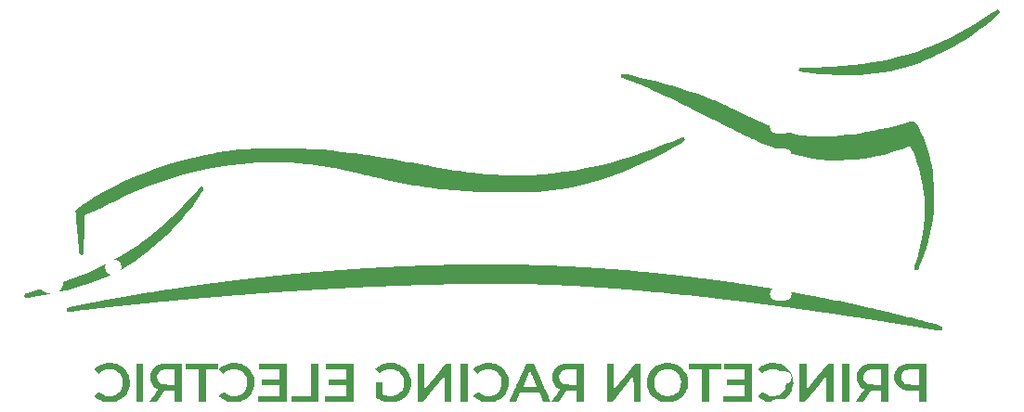
<source format=gbo>
G04 #@! TF.GenerationSoftware,KiCad,Pcbnew,(6.0.11)*
G04 #@! TF.CreationDate,2023-03-05T16:18:30-05:00*
G04 #@! TF.ProjectId,pre-thermal-throttle-pcb,7072652d-7468-4657-926d-616c2d746872,rev?*
G04 #@! TF.SameCoordinates,Original*
G04 #@! TF.FileFunction,Legend,Bot*
G04 #@! TF.FilePolarity,Positive*
%FSLAX46Y46*%
G04 Gerber Fmt 4.6, Leading zero omitted, Abs format (unit mm)*
G04 Created by KiCad (PCBNEW (6.0.11)) date 2023-03-05 16:18:30*
%MOMM*%
%LPD*%
G01*
G04 APERTURE LIST*
G04 Aperture macros list*
%AMRoundRect*
0 Rectangle with rounded corners*
0 $1 Rounding radius*
0 $2 $3 $4 $5 $6 $7 $8 $9 X,Y pos of 4 corners*
0 Add a 4 corners polygon primitive as box body*
4,1,4,$2,$3,$4,$5,$6,$7,$8,$9,$2,$3,0*
0 Add four circle primitives for the rounded corners*
1,1,$1+$1,$2,$3*
1,1,$1+$1,$4,$5*
1,1,$1+$1,$6,$7*
1,1,$1+$1,$8,$9*
0 Add four rect primitives between the rounded corners*
20,1,$1+$1,$2,$3,$4,$5,0*
20,1,$1+$1,$4,$5,$6,$7,0*
20,1,$1+$1,$6,$7,$8,$9,0*
20,1,$1+$1,$8,$9,$2,$3,0*%
G04 Aperture macros list end*
%ADD10RoundRect,0.250000X0.600000X0.750000X-0.600000X0.750000X-0.600000X-0.750000X0.600000X-0.750000X0*%
%ADD11O,1.700000X2.000000*%
%ADD12C,0.800000*%
%ADD13C,6.000000*%
%ADD14R,1.600000X1.600000*%
%ADD15O,1.600000X1.600000*%
%ADD16C,3.250000*%
%ADD17R,1.500000X1.500000*%
%ADD18C,1.500000*%
%ADD19C,2.300000*%
%ADD20RoundRect,0.250000X-0.600000X-0.725000X0.600000X-0.725000X0.600000X0.725000X-0.600000X0.725000X0*%
%ADD21O,1.700000X1.950000*%
%ADD22C,1.600000*%
%ADD23R,2.000000X1.200000*%
%ADD24O,2.000000X1.200000*%
G04 APERTURE END LIST*
G36*
X168561471Y-104485994D02*
G01*
X165941471Y-104485994D01*
X165941471Y-103945569D01*
X167921471Y-103945569D01*
X167921471Y-102964796D01*
X166241471Y-102964796D01*
X166241471Y-102444387D01*
X167921471Y-102444387D01*
X167921471Y-101523662D01*
X166021471Y-101523662D01*
X166021471Y-100983236D01*
X168561471Y-100983236D01*
X168561471Y-104485994D01*
G37*
G36*
X215966313Y-102167752D02*
G01*
X215971471Y-103352267D01*
X216931471Y-102169167D01*
X217891471Y-100986066D01*
X218421471Y-100983236D01*
X218421471Y-104485994D01*
X217781789Y-104485994D01*
X217776630Y-103307166D01*
X217771471Y-102128337D01*
X216812641Y-103307166D01*
X215853810Y-104485994D01*
X215321471Y-104485994D01*
X215321471Y-100983236D01*
X215961154Y-100983236D01*
X215966313Y-102167752D01*
G37*
G36*
X226241471Y-104485994D02*
G01*
X226241471Y-103468749D01*
X225646471Y-103460514D01*
X225615848Y-103460089D01*
X225451172Y-103457647D01*
X225320006Y-103455135D01*
X225216777Y-103452099D01*
X225135913Y-103448086D01*
X225071840Y-103442641D01*
X225018985Y-103435312D01*
X224971777Y-103425645D01*
X224924643Y-103413186D01*
X224872009Y-103397481D01*
X224822726Y-103381939D01*
X224666967Y-103323542D01*
X224535860Y-103255987D01*
X224417395Y-103172310D01*
X224299563Y-103065549D01*
X224269625Y-103035064D01*
X224154630Y-102897313D01*
X224070218Y-102753612D01*
X224013598Y-102596702D01*
X223981982Y-102419320D01*
X223972580Y-102214205D01*
X223972792Y-102188164D01*
X223973141Y-102181599D01*
X224621722Y-102181599D01*
X224625805Y-102319218D01*
X224647576Y-102448863D01*
X224686413Y-102556275D01*
X224751070Y-102656479D01*
X224858673Y-102760174D01*
X224996479Y-102839205D01*
X225165842Y-102894531D01*
X225183660Y-102898392D01*
X225249249Y-102908324D01*
X225335498Y-102915656D01*
X225447233Y-102920631D01*
X225589282Y-102923489D01*
X225766471Y-102924469D01*
X226241471Y-102924765D01*
X226241471Y-101518858D01*
X225736471Y-101529236D01*
X225717084Y-101529640D01*
X225544436Y-101533946D01*
X225405320Y-101539349D01*
X225293859Y-101546684D01*
X225204175Y-101556783D01*
X225130389Y-101570483D01*
X225066624Y-101588618D01*
X225007003Y-101612023D01*
X224945646Y-101641532D01*
X224937997Y-101645530D01*
X224822742Y-101727597D01*
X224726818Y-101836412D01*
X224660467Y-101960521D01*
X224635948Y-102050263D01*
X224621722Y-102181599D01*
X223973141Y-102181599D01*
X223981027Y-102033057D01*
X224003628Y-101899213D01*
X224044076Y-101771503D01*
X224105849Y-101634795D01*
X224113226Y-101620575D01*
X224201301Y-101489199D01*
X224318855Y-101363792D01*
X224456555Y-101253120D01*
X224605066Y-101165948D01*
X224690459Y-101126714D01*
X224775697Y-101092429D01*
X224862198Y-101063962D01*
X224954264Y-101040793D01*
X225056198Y-101022401D01*
X225172301Y-101008266D01*
X225306876Y-100997868D01*
X225464226Y-100990686D01*
X225648653Y-100986200D01*
X225864459Y-100983891D01*
X226115947Y-100983236D01*
X226881471Y-100983236D01*
X226881471Y-104485994D01*
X226241471Y-104485994D01*
G37*
G36*
X187251466Y-91967408D02*
G01*
X187632057Y-91967938D01*
X188006046Y-91968878D01*
X188370650Y-91970227D01*
X188723086Y-91971985D01*
X189060571Y-91974152D01*
X189380322Y-91976728D01*
X189679556Y-91979712D01*
X189955490Y-91983106D01*
X190205341Y-91986908D01*
X190426326Y-91991120D01*
X190615662Y-91995740D01*
X190770567Y-92000768D01*
X190888256Y-92006206D01*
X190929236Y-92008175D01*
X191014051Y-92011402D01*
X191126043Y-92015077D01*
X191257851Y-92018976D01*
X191402114Y-92022872D01*
X191551471Y-92026540D01*
X191665705Y-92029313D01*
X191808890Y-92033105D01*
X191940051Y-92036922D01*
X192052196Y-92040544D01*
X192138333Y-92043758D01*
X192191471Y-92046345D01*
X192192303Y-92046398D01*
X192251035Y-92049430D01*
X192340946Y-92053201D01*
X192453407Y-92057392D01*
X192579792Y-92061679D01*
X192711471Y-92065741D01*
X192842626Y-92069790D01*
X192974502Y-92074264D01*
X193094519Y-92078722D01*
X193193301Y-92082814D01*
X193261471Y-92086192D01*
X193266563Y-92086487D01*
X193347654Y-92090745D01*
X193454355Y-92095800D01*
X193573386Y-92101043D01*
X193691471Y-92105867D01*
X193903013Y-92114562D01*
X194215778Y-92129060D01*
X194551471Y-92146537D01*
X194823454Y-92161453D01*
X195098674Y-92176785D01*
X195356306Y-92191437D01*
X195608129Y-92206085D01*
X195865925Y-92221409D01*
X196141471Y-92238086D01*
X196262194Y-92245454D01*
X196434408Y-92256009D01*
X196577492Y-92264866D01*
X196698181Y-92272460D01*
X196803212Y-92279227D01*
X196899320Y-92285606D01*
X196993242Y-92292031D01*
X197091714Y-92298939D01*
X197201471Y-92306767D01*
X197208129Y-92307244D01*
X197282100Y-92312543D01*
X197382174Y-92319711D01*
X197496062Y-92327865D01*
X197611471Y-92336127D01*
X197727532Y-92344536D01*
X197876333Y-92355519D01*
X198024129Y-92366606D01*
X198151471Y-92376349D01*
X198251692Y-92384108D01*
X198398473Y-92395428D01*
X198548546Y-92406961D01*
X198681471Y-92417134D01*
X198716520Y-92419812D01*
X198952306Y-92438006D01*
X199169464Y-92455149D01*
X199375297Y-92471874D01*
X199577109Y-92488810D01*
X199782203Y-92506591D01*
X199997883Y-92525848D01*
X200231452Y-92547213D01*
X200490214Y-92571317D01*
X200781471Y-92598793D01*
X200831901Y-92603568D01*
X201020187Y-92621335D01*
X201203452Y-92638537D01*
X201375896Y-92654634D01*
X201531720Y-92669089D01*
X201665124Y-92681363D01*
X201770308Y-92690917D01*
X201841471Y-92697212D01*
X201921400Y-92704209D01*
X202018044Y-92712998D01*
X202098716Y-92720689D01*
X202151471Y-92726168D01*
X202153481Y-92726397D01*
X202194773Y-92730936D01*
X202270427Y-92739108D01*
X202375510Y-92750385D01*
X202505089Y-92764241D01*
X202654231Y-92780146D01*
X202818003Y-92797575D01*
X202991471Y-92815999D01*
X203144204Y-92832260D01*
X203334657Y-92852676D01*
X203521807Y-92872878D01*
X203698359Y-92892073D01*
X203857018Y-92909467D01*
X203990487Y-92924265D01*
X204091471Y-92935675D01*
X204215203Y-92949885D01*
X204439095Y-92975624D01*
X204629551Y-92997566D01*
X204790795Y-93016202D01*
X204927054Y-93032027D01*
X205042553Y-93045533D01*
X205141518Y-93057214D01*
X205228176Y-93067562D01*
X205306752Y-93077072D01*
X205381471Y-93086237D01*
X205460790Y-93096009D01*
X205604328Y-93113643D01*
X205751832Y-93131716D01*
X205881471Y-93147550D01*
X205977306Y-93159350D01*
X206091298Y-93173649D01*
X206194109Y-93186805D01*
X206271471Y-93197008D01*
X206285197Y-93198856D01*
X206379165Y-93211068D01*
X206488220Y-93224706D01*
X206591471Y-93237148D01*
X206610835Y-93239439D01*
X206714470Y-93252121D01*
X206817947Y-93265349D01*
X206901471Y-93276605D01*
X206988039Y-93288608D01*
X207092621Y-93302834D01*
X207191471Y-93316048D01*
X207202400Y-93317495D01*
X207288680Y-93329059D01*
X207399343Y-93344060D01*
X207521303Y-93360716D01*
X207641471Y-93377247D01*
X207662516Y-93380154D01*
X207782476Y-93396685D01*
X207900709Y-93412924D01*
X208004585Y-93427140D01*
X208081471Y-93437600D01*
X208104767Y-93440759D01*
X208248243Y-93460514D01*
X208418775Y-93484397D01*
X208610809Y-93511598D01*
X208818788Y-93541309D01*
X209037156Y-93572723D01*
X209260359Y-93605030D01*
X209482841Y-93637421D01*
X209699046Y-93669090D01*
X209903418Y-93699227D01*
X210090402Y-93727024D01*
X210254443Y-93751672D01*
X210389985Y-93772363D01*
X210491471Y-93788288D01*
X210535417Y-93795286D01*
X210639473Y-93811444D01*
X210736978Y-93826094D01*
X210811471Y-93836746D01*
X210857858Y-93843332D01*
X210958794Y-93858836D01*
X211051471Y-93874316D01*
X211052380Y-93874476D01*
X211134712Y-93888294D01*
X211234903Y-93904074D01*
X211331471Y-93918433D01*
X211352293Y-93921426D01*
X211457174Y-93936967D01*
X211576890Y-93955484D01*
X211717584Y-93977954D01*
X211885397Y-94005356D01*
X212086471Y-94038667D01*
X212217370Y-94060465D01*
X212388414Y-94088949D01*
X212528089Y-94112213D01*
X212641290Y-94131072D01*
X212732910Y-94146342D01*
X212807844Y-94158839D01*
X212870986Y-94169380D01*
X212927230Y-94178778D01*
X212981471Y-94187852D01*
X213025475Y-94195233D01*
X213111928Y-94209829D01*
X213212892Y-94226994D01*
X213333348Y-94247578D01*
X213478276Y-94272434D01*
X213652657Y-94302414D01*
X213861471Y-94338370D01*
X213953136Y-94354283D01*
X214095608Y-94379322D01*
X214241845Y-94405302D01*
X214371471Y-94428617D01*
X214465784Y-94445591D01*
X214609726Y-94471143D01*
X214755080Y-94496617D01*
X214881471Y-94518424D01*
X214891681Y-94520170D01*
X215012135Y-94541218D01*
X215153427Y-94566543D01*
X215298794Y-94593110D01*
X215431471Y-94617890D01*
X215471467Y-94625460D01*
X215612042Y-94651986D01*
X215769923Y-94681686D01*
X215928577Y-94711451D01*
X216071471Y-94738176D01*
X216196481Y-94761627D01*
X216447962Y-94809376D01*
X216725584Y-94862722D01*
X217020964Y-94920043D01*
X217325721Y-94979715D01*
X217631471Y-95040118D01*
X217872344Y-95088183D01*
X218208845Y-95156095D01*
X218558529Y-95227463D01*
X218917900Y-95301537D01*
X219283466Y-95377565D01*
X219651730Y-95454795D01*
X220019201Y-95532477D01*
X220382382Y-95609859D01*
X220737780Y-95686189D01*
X221081901Y-95760718D01*
X221411251Y-95832693D01*
X221722335Y-95901363D01*
X222011659Y-95965977D01*
X222275728Y-96025784D01*
X222511050Y-96080033D01*
X222714129Y-96127972D01*
X222881471Y-96168849D01*
X222945829Y-96184683D01*
X223040362Y-96207434D01*
X223131471Y-96228914D01*
X223207729Y-96246985D01*
X223289716Y-96267065D01*
X223351471Y-96282882D01*
X223356603Y-96284229D01*
X223401684Y-96295575D01*
X223479853Y-96314874D01*
X223586379Y-96340974D01*
X223716533Y-96372719D01*
X223865587Y-96408955D01*
X224028809Y-96448529D01*
X224201471Y-96490287D01*
X224389345Y-96535891D01*
X224660294Y-96602351D01*
X224939815Y-96671633D01*
X225222631Y-96742392D01*
X225503467Y-96813282D01*
X225777047Y-96882959D01*
X226038097Y-96950076D01*
X226281339Y-97013289D01*
X226501500Y-97071252D01*
X226693302Y-97122620D01*
X226851471Y-97166048D01*
X226852213Y-97166255D01*
X226943457Y-97191579D01*
X227058518Y-97223264D01*
X227182742Y-97257287D01*
X227301471Y-97289622D01*
X227417507Y-97321299D01*
X227571146Y-97363869D01*
X227733790Y-97409697D01*
X227915205Y-97461540D01*
X228125159Y-97522155D01*
X228211267Y-97552779D01*
X228282962Y-97597773D01*
X228327418Y-97658254D01*
X228351501Y-97740857D01*
X228356037Y-97782715D01*
X228346713Y-97873751D01*
X228311724Y-97946369D01*
X228254301Y-97992222D01*
X228251658Y-97993370D01*
X228221604Y-98004029D01*
X228187537Y-98009901D01*
X228143585Y-98010495D01*
X228083875Y-98005322D01*
X228002534Y-97993894D01*
X227893691Y-97975719D01*
X227751471Y-97950309D01*
X227657154Y-97933339D01*
X227513213Y-97907807D01*
X227367861Y-97882366D01*
X227241471Y-97860601D01*
X227157194Y-97846248D01*
X227019284Y-97822711D01*
X226880690Y-97799010D01*
X226761471Y-97778573D01*
X226691631Y-97766621D01*
X226571463Y-97746201D01*
X226455550Y-97726657D01*
X226361471Y-97710959D01*
X226297915Y-97700402D01*
X226187537Y-97681951D01*
X226066485Y-97661615D01*
X225951471Y-97642198D01*
X225881105Y-97630385D01*
X225758676Y-97610102D01*
X225618033Y-97587031D01*
X225471517Y-97563194D01*
X225331471Y-97540612D01*
X225229470Y-97524192D01*
X225085283Y-97500807D01*
X224944541Y-97477806D01*
X224819264Y-97457155D01*
X224721471Y-97440821D01*
X224655107Y-97429665D01*
X224529681Y-97408790D01*
X224405426Y-97388328D01*
X224301471Y-97371439D01*
X224271697Y-97366657D01*
X224122303Y-97342719D01*
X223944720Y-97314333D01*
X223748131Y-97282962D01*
X223541718Y-97250068D01*
X223334664Y-97217115D01*
X223136150Y-97185563D01*
X222955358Y-97156877D01*
X222801471Y-97132518D01*
X222772861Y-97127995D01*
X222654499Y-97109252D01*
X222526327Y-97088921D01*
X222411471Y-97070668D01*
X222380460Y-97065737D01*
X222260605Y-97046720D01*
X222135063Y-97026853D01*
X222026427Y-97009712D01*
X222012806Y-97007566D01*
X221896480Y-96989136D01*
X221769291Y-96968850D01*
X221656427Y-96950724D01*
X221653615Y-96950270D01*
X221559526Y-96935390D01*
X221441244Y-96917098D01*
X221313611Y-96897671D01*
X221191471Y-96879386D01*
X221188293Y-96878915D01*
X221065096Y-96860553D01*
X220936156Y-96841157D01*
X220816579Y-96823011D01*
X220721471Y-96808394D01*
X220690458Y-96803589D01*
X220585279Y-96787426D01*
X220482816Y-96771849D01*
X220401471Y-96759661D01*
X220371945Y-96755271D01*
X220280929Y-96741582D01*
X220174990Y-96725494D01*
X220071471Y-96709635D01*
X219987511Y-96696801D01*
X219864602Y-96678210D01*
X219733546Y-96658551D01*
X219611471Y-96640402D01*
X219517781Y-96626519D01*
X219387029Y-96607079D01*
X219239436Y-96585086D01*
X219086938Y-96562318D01*
X218941471Y-96540554D01*
X218788854Y-96517740D01*
X218557256Y-96483303D01*
X218330609Y-96449808D01*
X218113853Y-96417976D01*
X217911934Y-96388526D01*
X217729793Y-96362179D01*
X217572373Y-96339654D01*
X217444618Y-96321671D01*
X217351471Y-96308951D01*
X217258978Y-96296349D01*
X217135815Y-96279017D01*
X217004536Y-96260108D01*
X216881471Y-96241949D01*
X216867681Y-96239889D01*
X216758139Y-96223824D01*
X216621704Y-96204194D01*
X216469420Y-96182571D01*
X216312328Y-96160522D01*
X216161471Y-96139618D01*
X216141075Y-96136813D01*
X215987629Y-96115668D01*
X215828656Y-96093702D01*
X215675446Y-96072478D01*
X215539289Y-96053559D01*
X215431471Y-96038509D01*
X215420073Y-96036913D01*
X215301848Y-96020440D01*
X215183942Y-96004145D01*
X215079451Y-95989829D01*
X215001471Y-95979296D01*
X214903027Y-95966089D01*
X214739545Y-95943874D01*
X214560675Y-95919307D01*
X214377425Y-95893914D01*
X214200803Y-95869224D01*
X214041816Y-95846763D01*
X213911471Y-95828059D01*
X213907910Y-95827546D01*
X213855412Y-95820292D01*
X213779905Y-95810183D01*
X213696471Y-95799242D01*
X213607352Y-95787599D01*
X213490925Y-95772228D01*
X213386471Y-95758289D01*
X213333585Y-95751279D01*
X213229577Y-95737812D01*
X213113314Y-95723036D01*
X213001471Y-95709083D01*
X212783362Y-95681639D01*
X212556842Y-95651835D01*
X212311471Y-95618212D01*
X212260572Y-95611254D01*
X212162491Y-95598204D01*
X212050919Y-95583658D01*
X211941471Y-95569667D01*
X211871233Y-95560760D01*
X211753329Y-95545686D01*
X211641067Y-95531205D01*
X211551471Y-95519506D01*
X211490431Y-95511574D01*
X211383743Y-95498012D01*
X211265352Y-95483217D01*
X211151471Y-95469226D01*
X210968975Y-95446960D01*
X210752223Y-95420263D01*
X210560441Y-95396342D01*
X210398550Y-95375812D01*
X210271471Y-95359287D01*
X210234002Y-95354426D01*
X210140902Y-95342766D01*
X210025338Y-95328656D01*
X209898474Y-95313453D01*
X209771471Y-95298513D01*
X209719155Y-95292405D01*
X209576167Y-95275558D01*
X209429168Y-95258053D01*
X209292742Y-95241633D01*
X209181471Y-95228040D01*
X208963691Y-95201303D01*
X208531855Y-95149497D01*
X208091471Y-95098366D01*
X208048186Y-95093413D01*
X207892534Y-95075568D01*
X207720869Y-95055844D01*
X207551184Y-95036308D01*
X207401471Y-95019031D01*
X207294577Y-95006765D01*
X207114142Y-94986363D01*
X206900872Y-94962554D01*
X206653610Y-94935209D01*
X206371196Y-94904203D01*
X206052474Y-94869406D01*
X205696285Y-94830692D01*
X205301471Y-94787934D01*
X205240911Y-94781417D01*
X205043316Y-94760498D01*
X204818932Y-94737177D01*
X204571677Y-94711836D01*
X204305467Y-94684856D01*
X204024218Y-94656617D01*
X203731847Y-94627500D01*
X203432271Y-94597886D01*
X203129405Y-94568157D01*
X202827166Y-94538693D01*
X202529472Y-94509875D01*
X202240237Y-94482084D01*
X201963380Y-94455701D01*
X201702816Y-94431107D01*
X201462461Y-94408682D01*
X201246233Y-94388809D01*
X201058048Y-94371867D01*
X200901822Y-94358238D01*
X200781471Y-94348302D01*
X200747226Y-94345543D01*
X200663518Y-94338591D01*
X200556192Y-94329512D01*
X200435444Y-94319171D01*
X200311471Y-94308432D01*
X200199856Y-94298755D01*
X199940886Y-94276651D01*
X199677502Y-94254607D01*
X199420765Y-94233533D01*
X199181734Y-94214342D01*
X198971471Y-94197946D01*
X198852479Y-94188820D01*
X198709205Y-94177777D01*
X198569480Y-94166961D01*
X198451471Y-94157774D01*
X198371845Y-94151613D01*
X198250167Y-94142384D01*
X198134378Y-94133793D01*
X198041471Y-94127109D01*
X198028940Y-94126229D01*
X197931587Y-94119290D01*
X197836089Y-94112326D01*
X197761471Y-94106723D01*
X197746505Y-94105596D01*
X197681303Y-94100910D01*
X197586586Y-94094288D01*
X197469966Y-94086257D01*
X197339056Y-94077341D01*
X197201471Y-94068068D01*
X197156215Y-94065033D01*
X197016724Y-94055672D01*
X196884291Y-94046774D01*
X196767129Y-94038893D01*
X196673452Y-94032580D01*
X196611471Y-94028388D01*
X196598313Y-94027500D01*
X196504278Y-94021365D01*
X196394984Y-94014490D01*
X196291471Y-94008203D01*
X196262719Y-94006493D01*
X196174399Y-94001219D01*
X196058575Y-93994281D01*
X195923785Y-93986192D01*
X195778571Y-93977465D01*
X195631471Y-93968610D01*
X195574010Y-93965162D01*
X195420923Y-93956088D01*
X195269581Y-93947266D01*
X195129528Y-93939242D01*
X195010310Y-93932566D01*
X194921471Y-93927786D01*
X194845289Y-93923725D01*
X194740382Y-93917797D01*
X194647846Y-93912211D01*
X194581471Y-93907777D01*
X194566330Y-93906731D01*
X194495714Y-93902605D01*
X194399217Y-93897670D01*
X194287562Y-93892457D01*
X194171471Y-93887496D01*
X194138827Y-93886156D01*
X194019860Y-93881052D01*
X193906297Y-93875872D01*
X193809660Y-93871154D01*
X193741471Y-93867436D01*
X193716845Y-93866035D01*
X193636308Y-93862004D01*
X193531340Y-93857243D01*
X193412782Y-93852233D01*
X193291471Y-93847454D01*
X193235770Y-93845300D01*
X193117668Y-93840440D01*
X193009168Y-93835610D01*
X192920394Y-93831269D01*
X192861471Y-93827879D01*
X192834739Y-93826369D01*
X192762790Y-93823222D01*
X192662339Y-93819471D01*
X192540536Y-93815364D01*
X192404531Y-93811150D01*
X192261471Y-93807075D01*
X192172693Y-93804598D01*
X192034353Y-93800492D01*
X191908082Y-93796454D01*
X191800858Y-93792721D01*
X191719661Y-93789528D01*
X191671471Y-93787113D01*
X191627110Y-93784544D01*
X191509930Y-93779681D01*
X191356555Y-93775161D01*
X191169518Y-93770986D01*
X190951354Y-93767154D01*
X190704594Y-93763665D01*
X190431772Y-93760519D01*
X190135421Y-93757717D01*
X189818075Y-93755258D01*
X189482265Y-93753141D01*
X189130526Y-93751367D01*
X188765390Y-93749936D01*
X188389390Y-93748847D01*
X188005060Y-93748100D01*
X187614933Y-93747695D01*
X187221542Y-93747632D01*
X186827419Y-93747912D01*
X186435099Y-93748532D01*
X186047113Y-93749495D01*
X185665996Y-93750798D01*
X185294280Y-93752443D01*
X184934499Y-93754429D01*
X184589184Y-93756756D01*
X184260871Y-93759423D01*
X183952091Y-93762432D01*
X183665378Y-93765780D01*
X183403264Y-93769470D01*
X183168284Y-93773499D01*
X182962970Y-93777868D01*
X182789854Y-93782578D01*
X182651471Y-93787627D01*
X182647637Y-93787791D01*
X182572023Y-93790492D01*
X182464346Y-93793660D01*
X182332030Y-93797109D01*
X182182498Y-93800655D01*
X182023171Y-93804113D01*
X181861471Y-93807298D01*
X181697992Y-93810489D01*
X181529329Y-93814057D01*
X181366907Y-93817746D01*
X181219165Y-93821357D01*
X181094540Y-93824693D01*
X181001471Y-93827554D01*
X180916420Y-93830374D01*
X180783001Y-93834573D01*
X180632509Y-93839121D01*
X180477736Y-93843634D01*
X180331471Y-93847728D01*
X180212177Y-93851078D01*
X180063557Y-93855480D01*
X179919321Y-93859971D01*
X179791337Y-93864179D01*
X179691471Y-93867733D01*
X179645087Y-93869455D01*
X179524750Y-93873721D01*
X179384823Y-93878478D01*
X179239124Y-93883262D01*
X179101471Y-93887607D01*
X179037843Y-93889595D01*
X178894638Y-93894248D01*
X178749962Y-93899152D01*
X178617634Y-93903834D01*
X178511471Y-93907820D01*
X178414168Y-93911649D01*
X178275275Y-93917114D01*
X178131334Y-93922777D01*
X178001471Y-93927887D01*
X177892897Y-93932192D01*
X177755495Y-93937707D01*
X177622412Y-93943109D01*
X177511471Y-93947679D01*
X177417217Y-93951585D01*
X177286088Y-93956977D01*
X177148231Y-93962609D01*
X177021471Y-93967754D01*
X176911547Y-93972230D01*
X176776889Y-93977784D01*
X176647797Y-93983174D01*
X176541471Y-93987685D01*
X176457641Y-93991254D01*
X176330467Y-93996592D01*
X176195730Y-94002183D01*
X176071471Y-94007275D01*
X176063573Y-94007597D01*
X175946561Y-94012470D01*
X175830435Y-94017553D01*
X175707028Y-94023229D01*
X175568176Y-94029882D01*
X175405713Y-94037895D01*
X175211471Y-94047652D01*
X175148629Y-94050781D01*
X175033860Y-94056362D01*
X174908889Y-94062321D01*
X174791471Y-94067805D01*
X174730522Y-94070672D01*
X174608679Y-94076604D01*
X174467933Y-94083636D01*
X174321219Y-94091118D01*
X174181471Y-94098402D01*
X174088726Y-94103291D01*
X173950081Y-94110570D01*
X173816593Y-94117548D01*
X173699858Y-94123618D01*
X173611471Y-94128176D01*
X173574984Y-94130045D01*
X173350633Y-94141607D01*
X173160348Y-94151560D01*
X172999003Y-94160173D01*
X172861471Y-94167717D01*
X172842476Y-94168774D01*
X172733453Y-94174797D01*
X172612150Y-94181445D01*
X172501471Y-94187459D01*
X172440464Y-94190823D01*
X172325989Y-94197321D01*
X172187960Y-94205301D01*
X172036005Y-94214196D01*
X171879751Y-94223440D01*
X171728827Y-94232464D01*
X171592858Y-94240700D01*
X171481471Y-94247582D01*
X171413639Y-94251495D01*
X171315885Y-94256630D01*
X171204071Y-94262149D01*
X171091471Y-94267379D01*
X171082852Y-94267768D01*
X170979633Y-94272928D01*
X170886743Y-94278415D01*
X170814062Y-94283595D01*
X170771471Y-94287839D01*
X170728520Y-94292141D01*
X170655727Y-94297352D01*
X170563316Y-94302809D01*
X170461471Y-94307854D01*
X170360422Y-94312834D01*
X170265240Y-94318371D01*
X170188702Y-94323693D01*
X170141471Y-94328127D01*
X170100310Y-94332091D01*
X170026109Y-94337357D01*
X169932820Y-94342824D01*
X169831471Y-94347794D01*
X169740707Y-94352221D01*
X169646037Y-94357737D01*
X169569283Y-94363162D01*
X169521471Y-94367784D01*
X169494283Y-94370745D01*
X169425800Y-94376314D01*
X169337413Y-94382143D01*
X169241471Y-94387369D01*
X169179409Y-94390527D01*
X169055078Y-94397546D01*
X168906886Y-94406697D01*
X168731633Y-94418193D01*
X168526114Y-94432246D01*
X168287128Y-94449069D01*
X168011471Y-94468874D01*
X167884513Y-94477915D01*
X167745307Y-94487522D01*
X167614800Y-94496238D01*
X167503389Y-94503367D01*
X167421471Y-94508218D01*
X167383331Y-94510464D01*
X167289587Y-94516606D01*
X167169134Y-94525018D01*
X167030367Y-94535097D01*
X166881682Y-94546239D01*
X166731471Y-94557841D01*
X166643183Y-94564734D01*
X166495305Y-94576125D01*
X166355160Y-94586743D01*
X166230782Y-94595986D01*
X166130207Y-94603255D01*
X166061471Y-94607947D01*
X166060022Y-94608039D01*
X165952706Y-94614894D01*
X165834765Y-94622426D01*
X165731471Y-94629020D01*
X165699272Y-94631239D01*
X165623446Y-94636813D01*
X165514948Y-94645011D01*
X165377948Y-94655511D01*
X165216621Y-94667987D01*
X165035137Y-94682119D01*
X164837670Y-94697582D01*
X164628390Y-94714054D01*
X164411471Y-94731212D01*
X164200036Y-94747978D01*
X163977645Y-94765615D01*
X163789002Y-94780583D01*
X163630750Y-94793152D01*
X163499535Y-94803592D01*
X163392000Y-94812173D01*
X163304789Y-94819165D01*
X163234545Y-94824839D01*
X163177914Y-94829465D01*
X163131538Y-94833312D01*
X163092062Y-94836651D01*
X163056129Y-94839752D01*
X163020385Y-94842885D01*
X162981471Y-94846321D01*
X162980637Y-94846394D01*
X162919333Y-94851685D01*
X162827895Y-94859421D01*
X162712157Y-94869121D01*
X162577950Y-94880303D01*
X162431108Y-94892487D01*
X162277465Y-94905193D01*
X162122852Y-94917939D01*
X161973103Y-94930244D01*
X161834051Y-94941628D01*
X161711529Y-94951610D01*
X161611370Y-94959708D01*
X161539406Y-94965442D01*
X161501471Y-94968332D01*
X161488296Y-94969327D01*
X161434652Y-94973721D01*
X161350933Y-94980787D01*
X161243729Y-94989950D01*
X161119631Y-95000639D01*
X160985228Y-95012280D01*
X160847111Y-95024301D01*
X160711869Y-95036128D01*
X160586095Y-95047188D01*
X160476377Y-95056910D01*
X160389306Y-95064719D01*
X160331471Y-95070043D01*
X160296626Y-95073247D01*
X160224303Y-95079736D01*
X160127152Y-95088355D01*
X160013450Y-95098372D01*
X159891471Y-95109051D01*
X159829645Y-95114462D01*
X159674045Y-95128177D01*
X159510107Y-95142735D01*
X159353895Y-95156709D01*
X159221471Y-95168668D01*
X159185710Y-95171920D01*
X159041132Y-95185055D01*
X158879012Y-95199770D01*
X158716682Y-95214492D01*
X158571471Y-95227649D01*
X158512068Y-95233054D01*
X158375267Y-95245662D01*
X158239213Y-95258393D01*
X158116937Y-95270021D01*
X158021471Y-95279322D01*
X157966326Y-95284774D01*
X157863319Y-95294806D01*
X157770019Y-95303719D01*
X157701471Y-95310067D01*
X157590150Y-95320111D01*
X157261802Y-95350619D01*
X156931932Y-95382686D01*
X156581471Y-95418153D01*
X156527811Y-95423594D01*
X156422231Y-95433913D01*
X156324856Y-95442985D01*
X156251471Y-95449320D01*
X156199858Y-95453806D01*
X156121332Y-95461820D01*
X156061471Y-95469304D01*
X156032383Y-95473198D01*
X155959005Y-95481280D01*
X155881471Y-95488209D01*
X155797242Y-95494902D01*
X155673433Y-95505386D01*
X155553950Y-95516177D01*
X155445902Y-95526583D01*
X155356400Y-95535912D01*
X155292553Y-95543471D01*
X155261471Y-95548568D01*
X155260040Y-95548960D01*
X155223451Y-95554787D01*
X155160674Y-95561501D01*
X155084422Y-95567726D01*
X154989618Y-95575427D01*
X154877472Y-95586137D01*
X154774422Y-95597374D01*
X154722628Y-95603432D01*
X154663444Y-95610099D01*
X154597032Y-95617266D01*
X154517963Y-95625487D01*
X154420804Y-95635319D01*
X154300123Y-95647317D01*
X154150490Y-95662038D01*
X153966471Y-95680036D01*
X153912483Y-95685431D01*
X153798544Y-95697439D01*
X153688961Y-95709683D01*
X153601471Y-95720212D01*
X153516114Y-95730369D01*
X153416754Y-95740801D01*
X153334139Y-95748106D01*
X153310621Y-95749967D01*
X153225832Y-95757630D01*
X153124644Y-95767729D01*
X153024139Y-95778584D01*
X153023136Y-95778697D01*
X152926180Y-95789537D01*
X152805009Y-95802920D01*
X152674985Y-95817158D01*
X152551471Y-95830560D01*
X152545209Y-95831236D01*
X152424221Y-95844495D01*
X152300485Y-95858367D01*
X152188177Y-95871247D01*
X152101471Y-95881530D01*
X152092327Y-95882637D01*
X151990978Y-95894025D01*
X151886974Y-95904418D01*
X151801471Y-95911691D01*
X151779131Y-95913458D01*
X151689069Y-95922235D01*
X151583708Y-95934267D01*
X151481471Y-95947493D01*
X151437233Y-95953494D01*
X151352103Y-95964233D01*
X151282909Y-95971926D01*
X151241471Y-95975206D01*
X151213147Y-95977118D01*
X151143966Y-95983882D01*
X151042640Y-95995012D01*
X150913447Y-96010008D01*
X150760668Y-96028371D01*
X150588583Y-96049601D01*
X150401471Y-96073199D01*
X150300642Y-96085644D01*
X150200467Y-96097246D01*
X150116903Y-96106156D01*
X150061471Y-96111089D01*
X150053189Y-96111684D01*
X150009046Y-96115636D01*
X149945234Y-96122354D01*
X149858898Y-96132181D01*
X149747180Y-96145461D01*
X149607224Y-96162537D01*
X149436173Y-96183752D01*
X149231171Y-96209450D01*
X148989360Y-96239975D01*
X148908505Y-96249936D01*
X148793462Y-96262187D01*
X148708115Y-96267273D01*
X148646220Y-96264734D01*
X148601537Y-96254111D01*
X148567823Y-96234943D01*
X148538837Y-96206770D01*
X148515616Y-96175460D01*
X148489485Y-96097172D01*
X148501690Y-96008657D01*
X148507484Y-95993067D01*
X148538276Y-95944793D01*
X148589260Y-95906989D01*
X148667034Y-95875809D01*
X148778196Y-95847405D01*
X148818609Y-95838623D01*
X149025497Y-95794021D01*
X149229184Y-95750658D01*
X149420713Y-95710420D01*
X149591127Y-95675191D01*
X149731471Y-95646855D01*
X149798292Y-95633591D01*
X149903079Y-95612699D01*
X149984997Y-95596173D01*
X150054841Y-95581803D01*
X150123401Y-95567383D01*
X150201471Y-95550703D01*
X150295003Y-95531268D01*
X150408308Y-95508749D01*
X150511471Y-95489160D01*
X150608441Y-95471055D01*
X150726167Y-95448546D01*
X150831471Y-95427929D01*
X150929149Y-95408696D01*
X151042279Y-95386791D01*
X151141471Y-95367925D01*
X151235562Y-95350024D01*
X151348594Y-95328112D01*
X151451471Y-95307805D01*
X151563976Y-95285512D01*
X151757702Y-95248384D01*
X151932485Y-95216823D01*
X152101471Y-95188417D01*
X152148120Y-95180710D01*
X152228833Y-95166660D01*
X152291337Y-95154853D01*
X152324976Y-95147252D01*
X152329064Y-95146091D01*
X152370291Y-95136813D01*
X152436343Y-95123799D01*
X152514976Y-95109483D01*
X152576750Y-95098598D01*
X152681838Y-95079927D01*
X152798666Y-95059041D01*
X152911471Y-95038752D01*
X153219301Y-94983849D01*
X153513529Y-94932894D01*
X153771471Y-94889964D01*
X153824325Y-94881110D01*
X153912919Y-94865058D01*
X153985968Y-94850350D01*
X154031471Y-94839323D01*
X154044720Y-94835801D01*
X154103014Y-94824024D01*
X154183010Y-94810923D01*
X154271471Y-94798736D01*
X154302170Y-94794783D01*
X154391602Y-94781891D01*
X154469430Y-94768822D01*
X154521577Y-94757878D01*
X154524091Y-94757231D01*
X154573351Y-94746672D01*
X154651135Y-94732125D01*
X154747269Y-94715424D01*
X154851577Y-94698404D01*
X154908742Y-94689338D01*
X155036206Y-94668924D01*
X155181711Y-94645432D01*
X155331414Y-94621098D01*
X155471471Y-94598161D01*
X155532032Y-94588255D01*
X155690212Y-94562772D01*
X155858959Y-94536032D01*
X156021603Y-94510664D01*
X156161471Y-94489299D01*
X156229513Y-94478930D01*
X156347755Y-94460306D01*
X156455448Y-94442629D01*
X156542915Y-94427501D01*
X156600477Y-94416528D01*
X156613759Y-94413920D01*
X156674221Y-94403516D01*
X156770238Y-94388120D01*
X156898893Y-94368155D01*
X157057264Y-94344040D01*
X157242434Y-94316197D01*
X157451483Y-94285048D01*
X157681491Y-94251012D01*
X157929540Y-94214511D01*
X158192711Y-94175966D01*
X158468083Y-94135799D01*
X158752739Y-94094429D01*
X159043758Y-94052278D01*
X159338222Y-94009768D01*
X159633211Y-93967319D01*
X159925807Y-93925351D01*
X160213089Y-93884287D01*
X160492139Y-93844547D01*
X160760038Y-93806552D01*
X161013866Y-93770724D01*
X161250704Y-93737483D01*
X161467633Y-93707249D01*
X161661734Y-93680446D01*
X161830088Y-93657492D01*
X161969775Y-93638810D01*
X162077876Y-93624820D01*
X162151471Y-93615943D01*
X162195927Y-93610824D01*
X162293672Y-93599069D01*
X162417454Y-93583776D01*
X162558917Y-93565990D01*
X162709708Y-93546756D01*
X162861471Y-93527119D01*
X162907941Y-93521080D01*
X163087953Y-93497986D01*
X163282978Y-93473354D01*
X163479349Y-93448889D01*
X163663402Y-93426297D01*
X163821471Y-93407285D01*
X163834564Y-93405732D01*
X163990754Y-93387045D01*
X164155649Y-93367062D01*
X164317139Y-93347267D01*
X164463116Y-93329143D01*
X164581471Y-93314174D01*
X164629346Y-93308100D01*
X164745851Y-93293856D01*
X164853565Y-93281379D01*
X164942200Y-93271839D01*
X165001471Y-93266406D01*
X165053249Y-93261906D01*
X165141287Y-93252917D01*
X165245054Y-93241357D01*
X165351471Y-93228638D01*
X165352282Y-93228537D01*
X165468340Y-93214465D01*
X165606748Y-93198175D01*
X165750220Y-93181677D01*
X165881471Y-93166984D01*
X165931332Y-93161499D01*
X166201489Y-93131598D01*
X166452909Y-93103466D01*
X166678575Y-93077891D01*
X166871471Y-93055661D01*
X166916254Y-93050569D01*
X167018061Y-93039767D01*
X167111726Y-93030758D01*
X167181471Y-93025098D01*
X167222099Y-93022010D01*
X167297808Y-93014494D01*
X167355827Y-93006607D01*
X167375947Y-93003523D01*
X167439366Y-92995536D01*
X167523552Y-92986245D01*
X167615827Y-92977090D01*
X167636623Y-92975142D01*
X167726877Y-92966592D01*
X167825690Y-92957063D01*
X167939309Y-92945940D01*
X168073980Y-92932609D01*
X168235952Y-92916456D01*
X168431471Y-92896865D01*
X168541553Y-92885826D01*
X168705347Y-92869450D01*
X168836490Y-92856424D01*
X168939524Y-92846307D01*
X169018994Y-92838661D01*
X169079446Y-92833043D01*
X169125424Y-92829014D01*
X169161471Y-92826134D01*
X169202900Y-92822740D01*
X169282297Y-92815695D01*
X169379320Y-92806705D01*
X169481471Y-92796912D01*
X169531409Y-92792068D01*
X169719764Y-92774235D01*
X169939931Y-92754000D01*
X170193927Y-92731184D01*
X170483769Y-92705604D01*
X170811471Y-92677078D01*
X170890508Y-92670230D01*
X171029050Y-92658191D01*
X171156643Y-92647061D01*
X171266061Y-92637472D01*
X171350080Y-92630056D01*
X171401471Y-92625446D01*
X171413096Y-92624382D01*
X171460246Y-92620107D01*
X171507961Y-92615884D01*
X171560171Y-92611395D01*
X171620809Y-92606322D01*
X171693805Y-92600349D01*
X171783092Y-92593159D01*
X171892599Y-92584434D01*
X172026260Y-92573857D01*
X172188004Y-92561112D01*
X172381764Y-92545881D01*
X172611471Y-92527847D01*
X172785322Y-92514213D01*
X172994501Y-92497860D01*
X173171733Y-92484090D01*
X173321617Y-92472566D01*
X173448755Y-92462948D01*
X173557744Y-92454899D01*
X173653186Y-92448080D01*
X173739680Y-92442153D01*
X173821825Y-92436780D01*
X173904223Y-92431622D01*
X173991471Y-92426340D01*
X174046384Y-92422882D01*
X174160710Y-92415049D01*
X174285286Y-92405916D01*
X174401471Y-92396825D01*
X174460245Y-92392214D01*
X174593867Y-92382622D01*
X174731601Y-92373676D01*
X174851471Y-92366841D01*
X174920657Y-92363074D01*
X175016766Y-92357120D01*
X175097861Y-92351285D01*
X175151471Y-92346417D01*
X175200281Y-92342135D01*
X175279628Y-92336825D01*
X175377076Y-92331316D01*
X175481471Y-92326291D01*
X175582513Y-92321395D01*
X175677699Y-92315904D01*
X175754239Y-92310583D01*
X175801471Y-92306103D01*
X175828668Y-92303167D01*
X175897151Y-92297573D01*
X175985535Y-92291646D01*
X176081471Y-92286260D01*
X176127397Y-92283912D01*
X176243381Y-92277782D01*
X176357805Y-92271503D01*
X176451471Y-92266121D01*
X176488819Y-92263917D01*
X176610038Y-92256966D01*
X176757058Y-92248759D01*
X176923901Y-92239611D01*
X177104591Y-92229838D01*
X177293153Y-92219754D01*
X177483609Y-92209675D01*
X177669984Y-92199917D01*
X177846302Y-92190793D01*
X178006586Y-92182620D01*
X178144860Y-92175713D01*
X178255147Y-92170387D01*
X178331471Y-92166958D01*
X178434280Y-92162512D01*
X178557437Y-92156803D01*
X178671676Y-92151142D01*
X178761471Y-92146276D01*
X178783348Y-92145019D01*
X178875517Y-92140060D01*
X178983614Y-92134773D01*
X179112449Y-92128944D01*
X179266830Y-92122362D01*
X179451568Y-92114814D01*
X179671471Y-92106087D01*
X179793770Y-92101214D01*
X179928900Y-92095703D01*
X180056949Y-92090370D01*
X180161471Y-92085891D01*
X180213398Y-92083735D01*
X180324752Y-92079538D01*
X180456415Y-92074954D01*
X180596088Y-92070407D01*
X180731471Y-92066317D01*
X180807943Y-92064057D01*
X180950779Y-92059589D01*
X181092650Y-92054880D01*
X181220550Y-92050366D01*
X181321471Y-92046485D01*
X181351172Y-92045316D01*
X181452821Y-92041747D01*
X181581243Y-92037674D01*
X181726872Y-92033383D01*
X181880137Y-92029160D01*
X182031471Y-92025291D01*
X182095694Y-92023697D01*
X182244295Y-92019840D01*
X182387929Y-92015900D01*
X182517840Y-92012127D01*
X182625272Y-92008772D01*
X182701471Y-92006086D01*
X182788450Y-92002959D01*
X182969256Y-91997757D01*
X183182421Y-91992966D01*
X183425164Y-91988584D01*
X183694700Y-91984611D01*
X183988247Y-91981049D01*
X184303022Y-91977896D01*
X184636242Y-91975152D01*
X184985123Y-91972817D01*
X185346884Y-91970893D01*
X185718741Y-91969377D01*
X186097910Y-91968271D01*
X186481609Y-91967574D01*
X186867055Y-91967286D01*
X187251466Y-91967408D01*
G37*
G36*
X155481471Y-104485994D02*
G01*
X154841471Y-104485994D01*
X154841471Y-100983236D01*
X155481471Y-100983236D01*
X155481471Y-104485994D01*
G37*
G36*
X187175837Y-100954500D02*
G01*
X187420286Y-100992368D01*
X187648463Y-101056409D01*
X187649942Y-101056936D01*
X187888803Y-101162257D01*
X188103872Y-101297594D01*
X188293636Y-101459725D01*
X188456583Y-101645433D01*
X188591199Y-101851498D01*
X188695972Y-102074700D01*
X188769390Y-102311820D01*
X188809938Y-102559638D01*
X188816104Y-102814935D01*
X188786376Y-103074491D01*
X188719241Y-103335088D01*
X188666003Y-103475205D01*
X188547459Y-103702199D01*
X188398020Y-103905782D01*
X188219803Y-104084245D01*
X188014924Y-104235878D01*
X187785498Y-104358971D01*
X187533642Y-104451816D01*
X187261471Y-104512702D01*
X187194839Y-104518978D01*
X187096998Y-104522294D01*
X186981186Y-104522554D01*
X186858565Y-104519996D01*
X186740297Y-104514857D01*
X186637545Y-104507376D01*
X186561471Y-104497791D01*
X186355304Y-104448558D01*
X186113474Y-104356862D01*
X185890795Y-104233446D01*
X185692663Y-104080897D01*
X185646437Y-104040057D01*
X185608286Y-104004519D01*
X185587436Y-103975241D01*
X185585712Y-103946453D01*
X185604938Y-103912391D01*
X185646939Y-103867286D01*
X185713538Y-103805371D01*
X185806561Y-103720881D01*
X185981651Y-103560773D01*
X186063460Y-103634741D01*
X186092992Y-103660562D01*
X186233242Y-103764690D01*
X186384065Y-103851170D01*
X186530641Y-103911232D01*
X186576085Y-103924625D01*
X186644663Y-103939996D01*
X186719205Y-103949351D01*
X186811033Y-103953927D01*
X186931471Y-103954959D01*
X186967415Y-103954815D01*
X187071597Y-103953024D01*
X187150587Y-103948054D01*
X187215891Y-103938365D01*
X187279017Y-103922412D01*
X187351471Y-103898653D01*
X187420631Y-103872517D01*
X187615612Y-103773080D01*
X187784097Y-103645710D01*
X187923779Y-103492382D01*
X188032353Y-103315072D01*
X188081291Y-103205319D01*
X188128141Y-103059870D01*
X188153715Y-102908151D01*
X188161471Y-102734615D01*
X188157521Y-102606608D01*
X188137263Y-102450369D01*
X188096693Y-102304734D01*
X188032353Y-102154158D01*
X188025943Y-102141258D01*
X187915226Y-101964838D01*
X187775632Y-101814298D01*
X187610173Y-101691504D01*
X187421867Y-101598321D01*
X187213728Y-101536617D01*
X186988772Y-101508257D01*
X186893559Y-101506555D01*
X186667801Y-101527503D01*
X186459315Y-101584284D01*
X186268624Y-101676725D01*
X186096253Y-101804650D01*
X185981034Y-101907553D01*
X185768732Y-101710803D01*
X185556431Y-101514052D01*
X185683921Y-101396701D01*
X185791251Y-101306582D01*
X185999048Y-101170080D01*
X186228515Y-101061922D01*
X186438742Y-100997578D01*
X186675676Y-100957142D01*
X186924503Y-100942771D01*
X187175837Y-100954500D01*
G37*
G36*
X178092463Y-100954101D02*
G01*
X178262063Y-100958533D01*
X178404806Y-100970008D01*
X178530110Y-100990345D01*
X178647396Y-101021364D01*
X178766081Y-101064883D01*
X178895586Y-101122723D01*
X179109313Y-101239909D01*
X179322668Y-101396733D01*
X179505013Y-101578789D01*
X179656172Y-101785868D01*
X179775967Y-102017759D01*
X179864222Y-102274253D01*
X179889850Y-102405010D01*
X179905442Y-102562818D01*
X179910687Y-102733621D01*
X179905582Y-102904517D01*
X179890126Y-103062603D01*
X179864318Y-103194978D01*
X179817715Y-103343743D01*
X179710514Y-103585566D01*
X179571846Y-103804572D01*
X179403853Y-103998759D01*
X179208677Y-104166125D01*
X178988460Y-104304668D01*
X178745344Y-104412387D01*
X178481471Y-104487279D01*
X178398581Y-104502355D01*
X178178862Y-104523595D01*
X177943122Y-104523659D01*
X177703531Y-104503368D01*
X177472257Y-104463542D01*
X177261471Y-104405003D01*
X177203405Y-104383635D01*
X177079033Y-104330834D01*
X176952413Y-104269378D01*
X176837056Y-104206019D01*
X176746471Y-104147513D01*
X176661471Y-104085428D01*
X176661471Y-102704592D01*
X177280829Y-102704592D01*
X177286150Y-103248592D01*
X177291471Y-103792593D01*
X177384310Y-103838917D01*
X177453611Y-103870912D01*
X177567077Y-103910811D01*
X177689490Y-103936951D01*
X177830928Y-103951238D01*
X178001471Y-103955577D01*
X178100355Y-103954857D01*
X178198250Y-103951254D01*
X178275529Y-103943554D01*
X178343001Y-103930587D01*
X178411471Y-103911183D01*
X178475236Y-103889027D01*
X178669503Y-103795676D01*
X178843677Y-103671894D01*
X178993400Y-103521824D01*
X179114312Y-103349613D01*
X179202054Y-103159405D01*
X179218001Y-103104803D01*
X179239995Y-102986603D01*
X179254216Y-102849731D01*
X179259899Y-102707383D01*
X179256281Y-102572752D01*
X179242598Y-102459035D01*
X179213349Y-102346036D01*
X179141799Y-102172780D01*
X179043485Y-102008385D01*
X178925220Y-101865589D01*
X178867470Y-101811181D01*
X178700945Y-101690323D01*
X178515087Y-101599357D01*
X178315329Y-101538441D01*
X178107101Y-101507736D01*
X177895834Y-101507400D01*
X177686959Y-101537592D01*
X177485907Y-101598473D01*
X177298108Y-101690200D01*
X177128994Y-101812933D01*
X177028065Y-101901293D01*
X176833935Y-101706279D01*
X176749324Y-101618860D01*
X176689900Y-101551262D01*
X176658002Y-101505440D01*
X176652026Y-101479394D01*
X176652224Y-101478885D01*
X176683907Y-101433890D01*
X176744826Y-101376853D01*
X176828021Y-101312504D01*
X176926536Y-101245575D01*
X177033410Y-101180797D01*
X177141685Y-101122902D01*
X177244403Y-101076620D01*
X177301535Y-101054396D01*
X177406442Y-101017817D01*
X177505060Y-100991115D01*
X177606631Y-100972830D01*
X177720396Y-100961502D01*
X177855596Y-100955673D01*
X178021471Y-100953881D01*
X178092463Y-100954101D01*
G37*
G36*
X162341471Y-101523662D02*
G01*
X161181471Y-101523662D01*
X161181471Y-104485994D01*
X160541729Y-104485994D01*
X160531471Y-101533670D01*
X159381471Y-101523048D01*
X159381471Y-100983236D01*
X162341471Y-100983236D01*
X162341471Y-101523662D01*
G37*
G36*
X160819323Y-84841635D02*
G01*
X160868489Y-84858004D01*
X160891172Y-84868627D01*
X160935386Y-84905576D01*
X160962470Y-84966069D01*
X160966150Y-84978784D01*
X160975287Y-85029419D01*
X160968665Y-85076462D01*
X160944265Y-85139102D01*
X160937220Y-85154646D01*
X160887242Y-85252485D01*
X160815098Y-85378119D01*
X160720199Y-85532507D01*
X160601960Y-85716609D01*
X160459793Y-85931384D01*
X160365747Y-86070084D01*
X159976997Y-86611509D01*
X159551736Y-87156844D01*
X159092264Y-87703746D01*
X158600885Y-88249870D01*
X158079900Y-88792870D01*
X157531612Y-89330401D01*
X156958323Y-89860119D01*
X156362335Y-90379679D01*
X155745950Y-90886735D01*
X155111471Y-91378943D01*
X154676454Y-91691513D01*
X154126087Y-92048682D01*
X153541699Y-92388543D01*
X152922971Y-92711237D01*
X152269581Y-93016906D01*
X151581208Y-93305689D01*
X150857531Y-93577728D01*
X150098230Y-93833163D01*
X149302984Y-94072136D01*
X148471471Y-94294788D01*
X147833837Y-94448703D01*
X146868519Y-94654145D01*
X145904075Y-94825651D01*
X144931471Y-94964932D01*
X144866610Y-94972277D01*
X144816545Y-94973769D01*
X144777136Y-94966858D01*
X144733019Y-94950421D01*
X144695609Y-94929092D01*
X144647784Y-94870797D01*
X144631197Y-94795525D01*
X144648793Y-94711623D01*
X144652578Y-94703051D01*
X144682918Y-94652809D01*
X144714778Y-94621992D01*
X144721475Y-94619134D01*
X144763733Y-94605196D01*
X144836211Y-94583658D01*
X144932688Y-94556297D01*
X145046944Y-94524890D01*
X145172756Y-94491213D01*
X145656960Y-94359696D01*
X146630699Y-94073643D01*
X147598134Y-93760920D01*
X148554143Y-93423452D01*
X149493603Y-93063164D01*
X150411393Y-92681980D01*
X151302390Y-92281827D01*
X152161471Y-91864629D01*
X152592283Y-91642461D01*
X153208881Y-91306752D01*
X153797381Y-90963364D01*
X154364922Y-90607605D01*
X154918640Y-90234782D01*
X155465673Y-89840201D01*
X156013159Y-89419169D01*
X156568234Y-88966994D01*
X157053941Y-88550533D01*
X157553780Y-88102025D01*
X158058358Y-87630317D01*
X158561219Y-87141801D01*
X159055907Y-86642867D01*
X159535966Y-86139907D01*
X159994941Y-85639311D01*
X160426375Y-85147472D01*
X160444371Y-85126500D01*
X160539259Y-85018438D01*
X160615087Y-84938605D01*
X160676433Y-84884004D01*
X160727870Y-84851639D01*
X160773975Y-84838514D01*
X160819323Y-84841635D01*
G37*
G36*
X158361471Y-104485994D02*
G01*
X158361471Y-103465190D01*
X157430456Y-103465190D01*
X157074399Y-103975592D01*
X156718343Y-104485994D01*
X156022960Y-104485994D01*
X156423764Y-103913759D01*
X156504752Y-103797829D01*
X156591121Y-103673470D01*
X156667239Y-103563088D01*
X156730547Y-103470431D01*
X156778486Y-103399247D01*
X156808497Y-103353285D01*
X156818020Y-103336293D01*
X156817319Y-103335810D01*
X156793890Y-103322789D01*
X156745473Y-103297060D01*
X156681471Y-103263629D01*
X156561615Y-103190050D01*
X156411216Y-103060578D01*
X156283750Y-102905270D01*
X156184560Y-102730956D01*
X156118987Y-102544465D01*
X156106047Y-102474146D01*
X156095337Y-102355504D01*
X156092491Y-102222933D01*
X156093957Y-102182410D01*
X156741725Y-102182410D01*
X156745851Y-102319670D01*
X156767529Y-102448860D01*
X156806144Y-102555743D01*
X156875523Y-102662778D01*
X156986919Y-102769409D01*
X157127632Y-102849109D01*
X157298037Y-102902142D01*
X157305983Y-102903659D01*
X157367891Y-102910633D01*
X157462535Y-102916465D01*
X157583872Y-102920920D01*
X157725860Y-102923765D01*
X157882456Y-102924765D01*
X158361471Y-102924765D01*
X158361471Y-101518858D01*
X157856471Y-101529236D01*
X157837084Y-101529640D01*
X157664436Y-101533946D01*
X157525320Y-101539349D01*
X157413859Y-101546684D01*
X157324175Y-101556783D01*
X157250389Y-101570483D01*
X157186624Y-101588618D01*
X157127003Y-101612023D01*
X157065646Y-101641532D01*
X157057997Y-101645530D01*
X156942742Y-101727597D01*
X156846818Y-101836412D01*
X156780467Y-101960521D01*
X156755765Y-102051320D01*
X156741725Y-102182410D01*
X156093957Y-102182410D01*
X156097308Y-102089768D01*
X156109585Y-101969340D01*
X156129120Y-101874984D01*
X156166269Y-101768100D01*
X156262388Y-101577265D01*
X156388368Y-101412336D01*
X156542997Y-101274750D01*
X156725066Y-101165948D01*
X156810459Y-101126714D01*
X156895697Y-101092429D01*
X156982198Y-101063962D01*
X157074264Y-101040793D01*
X157176198Y-101022401D01*
X157292301Y-101008266D01*
X157426876Y-100997868D01*
X157584226Y-100990686D01*
X157768653Y-100986200D01*
X157984459Y-100983891D01*
X158235947Y-100983236D01*
X159001471Y-100983236D01*
X159001471Y-104485994D01*
X158361471Y-104485994D01*
G37*
G36*
X198386313Y-102167752D02*
G01*
X198391471Y-103352267D01*
X199351471Y-102169167D01*
X200311471Y-100986066D01*
X200841471Y-100983236D01*
X200841471Y-104485994D01*
X200201789Y-104485994D01*
X200196630Y-103307166D01*
X200191471Y-102128337D01*
X199232641Y-103307166D01*
X198273810Y-104485994D01*
X197741471Y-104485994D01*
X197741471Y-100983236D01*
X198381154Y-100983236D01*
X198386313Y-102167752D01*
G37*
G36*
X163975837Y-100954500D02*
G01*
X164220286Y-100992368D01*
X164448463Y-101056409D01*
X164449942Y-101056936D01*
X164688803Y-101162257D01*
X164903872Y-101297594D01*
X165093636Y-101459725D01*
X165256583Y-101645433D01*
X165391199Y-101851498D01*
X165495972Y-102074700D01*
X165569390Y-102311820D01*
X165609938Y-102559638D01*
X165616104Y-102814935D01*
X165586376Y-103074491D01*
X165519241Y-103335088D01*
X165466003Y-103475205D01*
X165347459Y-103702199D01*
X165198020Y-103905782D01*
X165019803Y-104084245D01*
X164814924Y-104235878D01*
X164585498Y-104358971D01*
X164333642Y-104451816D01*
X164061471Y-104512702D01*
X163994839Y-104518978D01*
X163896998Y-104522294D01*
X163781186Y-104522554D01*
X163658565Y-104519996D01*
X163540297Y-104514857D01*
X163437545Y-104507376D01*
X163361471Y-104497791D01*
X163155304Y-104448558D01*
X162913474Y-104356862D01*
X162690795Y-104233446D01*
X162492663Y-104080897D01*
X162446437Y-104040057D01*
X162408286Y-104004519D01*
X162387436Y-103975241D01*
X162385712Y-103946453D01*
X162404938Y-103912391D01*
X162446939Y-103867286D01*
X162513538Y-103805371D01*
X162606561Y-103720881D01*
X162781651Y-103560773D01*
X162863460Y-103634741D01*
X162892992Y-103660562D01*
X163033242Y-103764690D01*
X163184065Y-103851170D01*
X163330641Y-103911232D01*
X163376085Y-103924625D01*
X163444663Y-103939996D01*
X163519205Y-103949351D01*
X163611033Y-103953927D01*
X163731471Y-103954959D01*
X163767415Y-103954815D01*
X163871597Y-103953024D01*
X163950587Y-103948054D01*
X164015891Y-103938365D01*
X164079017Y-103922412D01*
X164151471Y-103898653D01*
X164220631Y-103872517D01*
X164415612Y-103773080D01*
X164584097Y-103645710D01*
X164723779Y-103492382D01*
X164832353Y-103315072D01*
X164881291Y-103205319D01*
X164928141Y-103059870D01*
X164953715Y-102908151D01*
X164961471Y-102734615D01*
X164957521Y-102606608D01*
X164937263Y-102450369D01*
X164896693Y-102304734D01*
X164832353Y-102154158D01*
X164825943Y-102141258D01*
X164715226Y-101964838D01*
X164575632Y-101814298D01*
X164410173Y-101691504D01*
X164221867Y-101598321D01*
X164013728Y-101536617D01*
X163788772Y-101508257D01*
X163693559Y-101506555D01*
X163467801Y-101527503D01*
X163259315Y-101584284D01*
X163068624Y-101676725D01*
X162896253Y-101804650D01*
X162781034Y-101907553D01*
X162568732Y-101710803D01*
X162356431Y-101514052D01*
X162483921Y-101396701D01*
X162591251Y-101306582D01*
X162799048Y-101170080D01*
X163028515Y-101061922D01*
X163238742Y-100997578D01*
X163475676Y-100957142D01*
X163724503Y-100942771D01*
X163975837Y-100954500D01*
G37*
G36*
X210981471Y-104485994D02*
G01*
X208361471Y-104485994D01*
X208361471Y-103945569D01*
X210341471Y-103945569D01*
X210341471Y-102964796D01*
X208661471Y-102964796D01*
X208661471Y-102444387D01*
X210341471Y-102444387D01*
X210341471Y-101523662D01*
X208441471Y-101523662D01*
X208441471Y-100983236D01*
X210981471Y-100983236D01*
X210981471Y-104485994D01*
G37*
G36*
X208221471Y-101523662D02*
G01*
X207061471Y-101523662D01*
X207061471Y-104485994D01*
X206421729Y-104485994D01*
X206411471Y-101533670D01*
X205261471Y-101523048D01*
X205261471Y-100983236D01*
X208221471Y-100983236D01*
X208221471Y-101523662D01*
G37*
G36*
X233463088Y-68721769D02*
G01*
X233523006Y-68764862D01*
X233560833Y-68825980D01*
X233567433Y-68847983D01*
X233574803Y-68893759D01*
X233569665Y-68938712D01*
X233549136Y-68987426D01*
X233510330Y-69044489D01*
X233450365Y-69114485D01*
X233366356Y-69202000D01*
X233255420Y-69311620D01*
X233002264Y-69549608D01*
X232647150Y-69859628D01*
X232259236Y-70174680D01*
X231841973Y-70492492D01*
X231398812Y-70810793D01*
X230933206Y-71127312D01*
X230448604Y-71439776D01*
X229948459Y-71745915D01*
X229436222Y-72043456D01*
X228915344Y-72330128D01*
X228389277Y-72603660D01*
X227861471Y-72861779D01*
X227604208Y-72982117D01*
X227262546Y-73137656D01*
X226927165Y-73285587D01*
X226602836Y-73423922D01*
X226294330Y-73550672D01*
X226006420Y-73663848D01*
X225743877Y-73761459D01*
X225511471Y-73841517D01*
X225455693Y-73859629D01*
X224856329Y-74037088D01*
X224225999Y-74193672D01*
X223567879Y-74328908D01*
X222885140Y-74442323D01*
X222180956Y-74533442D01*
X221458502Y-74601793D01*
X220720949Y-74646901D01*
X219971471Y-74668293D01*
X219655124Y-74670115D01*
X219271116Y-74667568D01*
X218873550Y-74660380D01*
X218473115Y-74648868D01*
X218080498Y-74633344D01*
X217706388Y-74614124D01*
X217361471Y-74591522D01*
X217195574Y-74578673D01*
X216973394Y-74559852D01*
X216749730Y-74539243D01*
X216528718Y-74517335D01*
X216314495Y-74494616D01*
X216111197Y-74471576D01*
X215922961Y-74448703D01*
X215753922Y-74426487D01*
X215608217Y-74405418D01*
X215489983Y-74385983D01*
X215403356Y-74368673D01*
X215352472Y-74353975D01*
X215336980Y-74346503D01*
X215283005Y-74297247D01*
X215255581Y-74230391D01*
X215255195Y-74156462D01*
X215282333Y-74085987D01*
X215337482Y-74029492D01*
X215356806Y-74018546D01*
X215383889Y-74009258D01*
X215422082Y-74002879D01*
X215477162Y-73999027D01*
X215554903Y-73997320D01*
X215661081Y-73997377D01*
X215801471Y-73998815D01*
X215806873Y-73998881D01*
X215975418Y-73999517D01*
X216176881Y-73998000D01*
X216404493Y-73994522D01*
X216651488Y-73989277D01*
X216911096Y-73982457D01*
X217176551Y-73974255D01*
X217441084Y-73964865D01*
X217697927Y-73954480D01*
X217940312Y-73943292D01*
X218161471Y-73931494D01*
X218309104Y-73922691D01*
X219234893Y-73854934D01*
X220143888Y-73766698D01*
X221033345Y-73658418D01*
X221900518Y-73530530D01*
X222742662Y-73383469D01*
X223557033Y-73217672D01*
X224340884Y-73033573D01*
X225091471Y-72831609D01*
X225341147Y-72757847D01*
X226045635Y-72529189D01*
X226765485Y-72266109D01*
X227498731Y-71969567D01*
X228243408Y-71640526D01*
X228997551Y-71279949D01*
X229759195Y-70888797D01*
X230526374Y-70468033D01*
X231297123Y-70018618D01*
X232069478Y-69541514D01*
X232841471Y-69037684D01*
X232857403Y-69027015D01*
X232980133Y-68945435D01*
X233093198Y-68871311D01*
X233191909Y-68807643D01*
X233271573Y-68757428D01*
X233327502Y-68723667D01*
X233355003Y-68709357D01*
X233394562Y-68704342D01*
X233463088Y-68721769D01*
G37*
G36*
X219881471Y-104485994D02*
G01*
X219241471Y-104485994D01*
X219241471Y-100983236D01*
X219881471Y-100983236D01*
X219881471Y-104485994D01*
G37*
G36*
X185041471Y-104485994D02*
G01*
X184401471Y-104485994D01*
X184401471Y-100983236D01*
X185041471Y-100983236D01*
X185041471Y-104485994D01*
G37*
G36*
X222781471Y-104485994D02*
G01*
X222781471Y-103465190D01*
X221850456Y-103465190D01*
X221494399Y-103975592D01*
X221138343Y-104485994D01*
X220442960Y-104485994D01*
X220843764Y-103913759D01*
X220924752Y-103797829D01*
X221011121Y-103673470D01*
X221087239Y-103563088D01*
X221150547Y-103470431D01*
X221198486Y-103399247D01*
X221228497Y-103353285D01*
X221238020Y-103336293D01*
X221237319Y-103335810D01*
X221213890Y-103322789D01*
X221165473Y-103297060D01*
X221101471Y-103263629D01*
X220981615Y-103190050D01*
X220831216Y-103060578D01*
X220703750Y-102905270D01*
X220604560Y-102730956D01*
X220538987Y-102544465D01*
X220526047Y-102474146D01*
X220515337Y-102355504D01*
X220512491Y-102222933D01*
X220513957Y-102182410D01*
X221161725Y-102182410D01*
X221165851Y-102319670D01*
X221187529Y-102448860D01*
X221226144Y-102555743D01*
X221295523Y-102662778D01*
X221406919Y-102769409D01*
X221547632Y-102849109D01*
X221718037Y-102902142D01*
X221725983Y-102903659D01*
X221787891Y-102910633D01*
X221882535Y-102916465D01*
X222003872Y-102920920D01*
X222145860Y-102923765D01*
X222302456Y-102924765D01*
X222781471Y-102924765D01*
X222781471Y-101518858D01*
X222276471Y-101529236D01*
X222257084Y-101529640D01*
X222084436Y-101533946D01*
X221945320Y-101539349D01*
X221833859Y-101546684D01*
X221744175Y-101556783D01*
X221670389Y-101570483D01*
X221606624Y-101588618D01*
X221547003Y-101612023D01*
X221485646Y-101641532D01*
X221477997Y-101645530D01*
X221362742Y-101727597D01*
X221266818Y-101836412D01*
X221200467Y-101960521D01*
X221175765Y-102051320D01*
X221161725Y-102182410D01*
X220513957Y-102182410D01*
X220517308Y-102089768D01*
X220529585Y-101969340D01*
X220549120Y-101874984D01*
X220586269Y-101768100D01*
X220682388Y-101577265D01*
X220808368Y-101412336D01*
X220962997Y-101274750D01*
X221145066Y-101165948D01*
X221230459Y-101126714D01*
X221315697Y-101092429D01*
X221402198Y-101063962D01*
X221494264Y-101040793D01*
X221596198Y-101022401D01*
X221712301Y-101008266D01*
X221846876Y-100997868D01*
X222004226Y-100990686D01*
X222188653Y-100986200D01*
X222404459Y-100983891D01*
X222655947Y-100983236D01*
X223421471Y-100983236D01*
X223421471Y-104485994D01*
X222781471Y-104485994D01*
G37*
G36*
X192163000Y-103458987D02*
G01*
X192255465Y-103665166D01*
X192339659Y-103853007D01*
X192414419Y-104019916D01*
X192478581Y-104163295D01*
X192530984Y-104280550D01*
X192570464Y-104369085D01*
X192595858Y-104426304D01*
X192606005Y-104449612D01*
X192609207Y-104460250D01*
X192606329Y-104470918D01*
X192590339Y-104478016D01*
X192555862Y-104482082D01*
X192497521Y-104483655D01*
X192409940Y-104483272D01*
X192287745Y-104481472D01*
X191954952Y-104475986D01*
X191790159Y-104088629D01*
X191775093Y-104053315D01*
X191726081Y-103939864D01*
X191682199Y-103840379D01*
X191646034Y-103760599D01*
X191620173Y-103706259D01*
X191607204Y-103683095D01*
X191602789Y-103681526D01*
X191564961Y-103677765D01*
X191492004Y-103674629D01*
X191387453Y-103672169D01*
X191254844Y-103670439D01*
X191097711Y-103669488D01*
X190919589Y-103669370D01*
X190724015Y-103670137D01*
X189858989Y-103675356D01*
X189511471Y-104485062D01*
X189174805Y-104485528D01*
X189113291Y-104485375D01*
X188999462Y-104483481D01*
X188914245Y-104479625D01*
X188861430Y-104474021D01*
X188844805Y-104466884D01*
X188845866Y-104464336D01*
X188859672Y-104433073D01*
X188888430Y-104368641D01*
X188930996Y-104273583D01*
X188986229Y-104150445D01*
X189052984Y-104001770D01*
X189130118Y-103830104D01*
X189216489Y-103637990D01*
X189310953Y-103427972D01*
X189412367Y-103202596D01*
X189443691Y-103133009D01*
X190089557Y-103133009D01*
X190089746Y-103141998D01*
X190098578Y-103149127D01*
X190119974Y-103154611D01*
X190157852Y-103158664D01*
X190216132Y-103161499D01*
X190298734Y-103163332D01*
X190409577Y-103164376D01*
X190552581Y-103164845D01*
X190731664Y-103164954D01*
X190785082Y-103164948D01*
X190953855Y-103164756D01*
X191087659Y-103164139D01*
X191190435Y-103162883D01*
X191266122Y-103160774D01*
X191318660Y-103157596D01*
X191351991Y-103153137D01*
X191370053Y-103147182D01*
X191376787Y-103139516D01*
X191376134Y-103129926D01*
X191365476Y-103101598D01*
X191341279Y-103042297D01*
X191305634Y-102956893D01*
X191260623Y-102850228D01*
X191208330Y-102727144D01*
X191150839Y-102592485D01*
X191090232Y-102451091D01*
X191028592Y-102307806D01*
X190968003Y-102167473D01*
X190910547Y-102034932D01*
X190858308Y-101915028D01*
X190813370Y-101812601D01*
X190777815Y-101732495D01*
X190753726Y-101679552D01*
X190743186Y-101658615D01*
X190742239Y-101659064D01*
X190729040Y-101682273D01*
X190702523Y-101736538D01*
X190664733Y-101817243D01*
X190617718Y-101919771D01*
X190563526Y-102039508D01*
X190504203Y-102171837D01*
X190441797Y-102312144D01*
X190378355Y-102455811D01*
X190315925Y-102598224D01*
X190256553Y-102734767D01*
X190202287Y-102860825D01*
X190155174Y-102971781D01*
X190117261Y-103063020D01*
X190090596Y-103129926D01*
X190089557Y-103133009D01*
X189443691Y-103133009D01*
X189519587Y-102964406D01*
X189631471Y-102715946D01*
X190411471Y-100984118D01*
X191051471Y-100984166D01*
X191821471Y-102698216D01*
X191847600Y-102756382D01*
X191957904Y-103001999D01*
X192019635Y-103139516D01*
X192063425Y-103237066D01*
X192163000Y-103458987D01*
G37*
G36*
X174661471Y-104485994D02*
G01*
X172041471Y-104485994D01*
X172041471Y-103945569D01*
X174021471Y-103945569D01*
X174021471Y-102964796D01*
X172341471Y-102964796D01*
X172341471Y-102444387D01*
X174021471Y-102444387D01*
X174021471Y-101523662D01*
X172121471Y-101523662D01*
X172121471Y-100983236D01*
X174661471Y-100983236D01*
X174661471Y-104485994D01*
G37*
G36*
X152615837Y-100954500D02*
G01*
X152860286Y-100992368D01*
X153088463Y-101056409D01*
X153089942Y-101056936D01*
X153328803Y-101162257D01*
X153543872Y-101297594D01*
X153733636Y-101459725D01*
X153896583Y-101645433D01*
X154031199Y-101851498D01*
X154135972Y-102074700D01*
X154209390Y-102311820D01*
X154249938Y-102559638D01*
X154256104Y-102814935D01*
X154226376Y-103074491D01*
X154159241Y-103335088D01*
X154106003Y-103475205D01*
X153987459Y-103702199D01*
X153838020Y-103905782D01*
X153659803Y-104084245D01*
X153454924Y-104235878D01*
X153225498Y-104358971D01*
X152973642Y-104451816D01*
X152701471Y-104512702D01*
X152634839Y-104518978D01*
X152536998Y-104522294D01*
X152421186Y-104522554D01*
X152298565Y-104519996D01*
X152180297Y-104514857D01*
X152077545Y-104507376D01*
X152001471Y-104497791D01*
X151795304Y-104448558D01*
X151553474Y-104356862D01*
X151330795Y-104233446D01*
X151132663Y-104080897D01*
X151086437Y-104040057D01*
X151048286Y-104004519D01*
X151027436Y-103975241D01*
X151025712Y-103946453D01*
X151044938Y-103912391D01*
X151086939Y-103867286D01*
X151153538Y-103805371D01*
X151246561Y-103720881D01*
X151421651Y-103560773D01*
X151503460Y-103634741D01*
X151532992Y-103660562D01*
X151673242Y-103764690D01*
X151824065Y-103851170D01*
X151970641Y-103911232D01*
X152016085Y-103924625D01*
X152084663Y-103939996D01*
X152159205Y-103949351D01*
X152251033Y-103953927D01*
X152371471Y-103954959D01*
X152407415Y-103954815D01*
X152511597Y-103953024D01*
X152590587Y-103948054D01*
X152655891Y-103938365D01*
X152719017Y-103922412D01*
X152791471Y-103898653D01*
X152901843Y-103854714D01*
X153092882Y-103747810D01*
X153257406Y-103612213D01*
X153393344Y-103450163D01*
X153498623Y-103263900D01*
X153571171Y-103055666D01*
X153576244Y-103033688D01*
X153592401Y-102921067D01*
X153599972Y-102787810D01*
X153598957Y-102648852D01*
X153589357Y-102519126D01*
X153571171Y-102413564D01*
X153548313Y-102336722D01*
X153483040Y-102178696D01*
X153398742Y-102028449D01*
X153303832Y-101902077D01*
X153234182Y-101830944D01*
X153072381Y-101705537D01*
X152891438Y-101610066D01*
X152696679Y-101544825D01*
X152493430Y-101510108D01*
X152287018Y-101506208D01*
X152082768Y-101533419D01*
X151886006Y-101592033D01*
X151702059Y-101682346D01*
X151536253Y-101804650D01*
X151421034Y-101907553D01*
X151208732Y-101710803D01*
X150996431Y-101514052D01*
X151123921Y-101396701D01*
X151231251Y-101306582D01*
X151439048Y-101170080D01*
X151668515Y-101061922D01*
X151878742Y-100997578D01*
X152115676Y-100957142D01*
X152364503Y-100942771D01*
X152615837Y-100954500D01*
G37*
G36*
X171441471Y-104485994D02*
G01*
X168981471Y-104485994D01*
X168981471Y-103945569D01*
X170801471Y-103945569D01*
X170801471Y-100983236D01*
X171441471Y-100983236D01*
X171441471Y-104485994D01*
G37*
G36*
X205162631Y-102959899D02*
G01*
X205154964Y-103044233D01*
X205142451Y-103119096D01*
X205124107Y-103194978D01*
X205080396Y-103335425D01*
X204973996Y-103578949D01*
X204836216Y-103799095D01*
X204668910Y-103994131D01*
X204473929Y-104162323D01*
X204253128Y-104301938D01*
X204008357Y-104411242D01*
X203741471Y-104488502D01*
X203669817Y-104501174D01*
X203526479Y-104515394D01*
X203363522Y-104521212D01*
X203192744Y-104518898D01*
X203025943Y-104508721D01*
X202874920Y-104490953D01*
X202751471Y-104465862D01*
X202739704Y-104462634D01*
X202482388Y-104371712D01*
X202247042Y-104248899D01*
X202035860Y-104096320D01*
X201851036Y-103916099D01*
X201694761Y-103710361D01*
X201569231Y-103481232D01*
X201476638Y-103230836D01*
X201461985Y-103176889D01*
X201448838Y-103115024D01*
X201440024Y-103048772D01*
X201434732Y-102969224D01*
X201432152Y-102867474D01*
X201431471Y-102734615D01*
X201431798Y-102652445D01*
X202067536Y-102652445D01*
X202069700Y-102866297D01*
X202106377Y-103075431D01*
X202178255Y-103273371D01*
X202278539Y-103449620D01*
X202414173Y-103614434D01*
X202576178Y-103749262D01*
X202763929Y-103853594D01*
X202976800Y-103926917D01*
X202978861Y-103927442D01*
X203197025Y-103963712D01*
X203414106Y-103963012D01*
X203625147Y-103926630D01*
X203825188Y-103855855D01*
X204009271Y-103751974D01*
X204172439Y-103616277D01*
X204258797Y-103521407D01*
X204375588Y-103351312D01*
X204457466Y-103165582D01*
X204505678Y-102961066D01*
X204521471Y-102734615D01*
X204521202Y-102705467D01*
X204516047Y-102595569D01*
X204505520Y-102492794D01*
X204491171Y-102413564D01*
X204472168Y-102346768D01*
X204390514Y-102149820D01*
X204277772Y-101972524D01*
X204137719Y-101818576D01*
X203974133Y-101691670D01*
X203790791Y-101595499D01*
X203591471Y-101533758D01*
X203440552Y-101510408D01*
X203220339Y-101505856D01*
X203007235Y-101535580D01*
X202805811Y-101598030D01*
X202620638Y-101691654D01*
X202456286Y-101814901D01*
X202317327Y-101966218D01*
X202261225Y-102047375D01*
X202163988Y-102236507D01*
X202099195Y-102440356D01*
X202067536Y-102652445D01*
X201431798Y-102652445D01*
X201431917Y-102622690D01*
X201434103Y-102516097D01*
X201438857Y-102433278D01*
X201446991Y-102365326D01*
X201459314Y-102303334D01*
X201476638Y-102238395D01*
X201480226Y-102226163D01*
X201574409Y-101976779D01*
X201701437Y-101748714D01*
X201859089Y-101544120D01*
X202045141Y-101365150D01*
X202257371Y-101213957D01*
X202493555Y-101092694D01*
X202751471Y-101003515D01*
X202884251Y-100976131D01*
X203049107Y-100956643D01*
X203228007Y-100946826D01*
X203408211Y-100947005D01*
X203576976Y-100957508D01*
X203721564Y-100978661D01*
X203889261Y-101020502D01*
X204144675Y-101114746D01*
X204376632Y-101239938D01*
X204583406Y-101394482D01*
X204763268Y-101576781D01*
X204914491Y-101785240D01*
X205035347Y-102018263D01*
X205124107Y-102274253D01*
X205141044Y-102343455D01*
X205154044Y-102417979D01*
X205162110Y-102501022D01*
X205166226Y-102603071D01*
X205167379Y-102734615D01*
X205166438Y-102855609D01*
X205162631Y-102959899D01*
G37*
G36*
X213115837Y-100954500D02*
G01*
X213360286Y-100992368D01*
X213588463Y-101056409D01*
X213589942Y-101056936D01*
X213828803Y-101162257D01*
X214043872Y-101297594D01*
X214233636Y-101459725D01*
X214396583Y-101645433D01*
X214531199Y-101851498D01*
X214635972Y-102074700D01*
X214709390Y-102311820D01*
X214749938Y-102559638D01*
X214756104Y-102814935D01*
X214726376Y-103074491D01*
X214659241Y-103335088D01*
X214606003Y-103475205D01*
X214487459Y-103702199D01*
X214338020Y-103905782D01*
X214159803Y-104084245D01*
X213954924Y-104235878D01*
X213725498Y-104358971D01*
X213473642Y-104451816D01*
X213201471Y-104512702D01*
X213134839Y-104518978D01*
X213036998Y-104522294D01*
X212921186Y-104522554D01*
X212798565Y-104519996D01*
X212680297Y-104514857D01*
X212577545Y-104507376D01*
X212501471Y-104497791D01*
X212295304Y-104448558D01*
X212053474Y-104356862D01*
X211830795Y-104233446D01*
X211632663Y-104080897D01*
X211586437Y-104040057D01*
X211548286Y-104004519D01*
X211527436Y-103975241D01*
X211525712Y-103946453D01*
X211544938Y-103912391D01*
X211586939Y-103867286D01*
X211653538Y-103805371D01*
X211746561Y-103720881D01*
X211921651Y-103560773D01*
X212003460Y-103634741D01*
X212032992Y-103660562D01*
X212173242Y-103764690D01*
X212324065Y-103851170D01*
X212470641Y-103911232D01*
X212516085Y-103924625D01*
X212584663Y-103939996D01*
X212659205Y-103949351D01*
X212751033Y-103953927D01*
X212871471Y-103954959D01*
X212907415Y-103954815D01*
X213011597Y-103953024D01*
X213090587Y-103948054D01*
X213155891Y-103938365D01*
X213219017Y-103922412D01*
X213291471Y-103898653D01*
X213401843Y-103854714D01*
X213592882Y-103747810D01*
X213757406Y-103612213D01*
X213893344Y-103450163D01*
X213998623Y-103263900D01*
X214071171Y-103055666D01*
X214076244Y-103033688D01*
X214092401Y-102921067D01*
X214099972Y-102787810D01*
X214098957Y-102648852D01*
X214089357Y-102519126D01*
X214071171Y-102413564D01*
X214048313Y-102336722D01*
X213983040Y-102178696D01*
X213898742Y-102028449D01*
X213803832Y-101902077D01*
X213734182Y-101830944D01*
X213572381Y-101705537D01*
X213391438Y-101610066D01*
X213196679Y-101544825D01*
X212993430Y-101510108D01*
X212787018Y-101506208D01*
X212582768Y-101533419D01*
X212386006Y-101592033D01*
X212202059Y-101682346D01*
X212036253Y-101804650D01*
X211921034Y-101907553D01*
X211708732Y-101710803D01*
X211496431Y-101514052D01*
X211623921Y-101396701D01*
X211731251Y-101306582D01*
X211939048Y-101170080D01*
X212168515Y-101061922D01*
X212378742Y-100997578D01*
X212615676Y-100957142D01*
X212864503Y-100942771D01*
X213115837Y-100954500D01*
G37*
G36*
X181126313Y-102167752D02*
G01*
X181131471Y-103352267D01*
X182091471Y-102169167D01*
X183051471Y-100986066D01*
X183581471Y-100983236D01*
X183581471Y-104485994D01*
X182941789Y-104485994D01*
X182936630Y-103307166D01*
X182931471Y-102128337D01*
X181972641Y-103307166D01*
X181013810Y-104485994D01*
X180481471Y-104485994D01*
X180481471Y-100983236D01*
X181121154Y-100983236D01*
X181126313Y-102167752D01*
G37*
G36*
X195021471Y-104485994D02*
G01*
X195021471Y-103465190D01*
X194090456Y-103465190D01*
X193734399Y-103975592D01*
X193378343Y-104485994D01*
X192682960Y-104485994D01*
X193083764Y-103913759D01*
X193164752Y-103797829D01*
X193251121Y-103673470D01*
X193327239Y-103563088D01*
X193390547Y-103470431D01*
X193438486Y-103399247D01*
X193468497Y-103353285D01*
X193478020Y-103336293D01*
X193477319Y-103335810D01*
X193453890Y-103322789D01*
X193405473Y-103297060D01*
X193341471Y-103263629D01*
X193221615Y-103190050D01*
X193071216Y-103060578D01*
X192943750Y-102905270D01*
X192844560Y-102730956D01*
X192778987Y-102544465D01*
X192766047Y-102474146D01*
X192755337Y-102355504D01*
X192752491Y-102222933D01*
X192753957Y-102182410D01*
X193401725Y-102182410D01*
X193405851Y-102319670D01*
X193427529Y-102448860D01*
X193466144Y-102555743D01*
X193535523Y-102662778D01*
X193646919Y-102769409D01*
X193787632Y-102849109D01*
X193958037Y-102902142D01*
X193965983Y-102903659D01*
X194027891Y-102910633D01*
X194122535Y-102916465D01*
X194243872Y-102920920D01*
X194385860Y-102923765D01*
X194542456Y-102924765D01*
X195021471Y-102924765D01*
X195021471Y-101518858D01*
X194516471Y-101529236D01*
X194497084Y-101529640D01*
X194324436Y-101533946D01*
X194185320Y-101539349D01*
X194073859Y-101546684D01*
X193984175Y-101556783D01*
X193910389Y-101570483D01*
X193846624Y-101588618D01*
X193787003Y-101612023D01*
X193725646Y-101641532D01*
X193717997Y-101645530D01*
X193602742Y-101727597D01*
X193506818Y-101836412D01*
X193440467Y-101960521D01*
X193415765Y-102051320D01*
X193401725Y-102182410D01*
X192753957Y-102182410D01*
X192757308Y-102089768D01*
X192769585Y-101969340D01*
X192789120Y-101874984D01*
X192826269Y-101768100D01*
X192922388Y-101577265D01*
X193048368Y-101412336D01*
X193202997Y-101274750D01*
X193385066Y-101165948D01*
X193470459Y-101126714D01*
X193555697Y-101092429D01*
X193642198Y-101063962D01*
X193734264Y-101040793D01*
X193836198Y-101022401D01*
X193952301Y-101008266D01*
X194086876Y-100997868D01*
X194244226Y-100990686D01*
X194428653Y-100986200D01*
X194644459Y-100983891D01*
X194895947Y-100983236D01*
X195661471Y-100983236D01*
X195661471Y-104485994D01*
X195021471Y-104485994D01*
G37*
G36*
X204780390Y-80388438D02*
G01*
X204832415Y-80448891D01*
X204834623Y-80453202D01*
X204852991Y-80494891D01*
X204861786Y-80533548D01*
X204858501Y-80571477D01*
X204840627Y-80610981D01*
X204805659Y-80654365D01*
X204751087Y-80703932D01*
X204674406Y-80761987D01*
X204573108Y-80830832D01*
X204444686Y-80912772D01*
X204286631Y-81010111D01*
X204096438Y-81125152D01*
X203830709Y-81283160D01*
X202970911Y-81769125D01*
X202086786Y-82231738D01*
X201182829Y-82669131D01*
X200263535Y-83079435D01*
X199333400Y-83460782D01*
X198396919Y-83811303D01*
X197458587Y-84129129D01*
X196522901Y-84412391D01*
X195594354Y-84659222D01*
X195586418Y-84661180D01*
X194863186Y-84830476D01*
X194163244Y-84975391D01*
X193479124Y-85097027D01*
X192803356Y-85196484D01*
X192128471Y-85274862D01*
X191446999Y-85333263D01*
X190751471Y-85372787D01*
X190704346Y-85374599D01*
X190568113Y-85378305D01*
X190397896Y-85381323D01*
X190197898Y-85383673D01*
X189972320Y-85385376D01*
X189725365Y-85386451D01*
X189461235Y-85386918D01*
X189184131Y-85386798D01*
X188898255Y-85386110D01*
X188607809Y-85384874D01*
X188316996Y-85383111D01*
X188030016Y-85380841D01*
X187751072Y-85378083D01*
X187484366Y-85374858D01*
X187234100Y-85371185D01*
X187004476Y-85367085D01*
X186799695Y-85362578D01*
X186623959Y-85357683D01*
X186481471Y-85352422D01*
X186432515Y-85350271D01*
X185807810Y-85320562D01*
X185217020Y-85287986D01*
X184654554Y-85252075D01*
X184114821Y-85212360D01*
X183592230Y-85168374D01*
X183081191Y-85119649D01*
X182576112Y-85065714D01*
X182071402Y-85006104D01*
X181561471Y-84940349D01*
X181274314Y-84900935D01*
X180890437Y-84845235D01*
X180508734Y-84786172D01*
X180125519Y-84723025D01*
X179737107Y-84655073D01*
X179339810Y-84581593D01*
X178929943Y-84501866D01*
X178503819Y-84415168D01*
X178057753Y-84320779D01*
X177588058Y-84217977D01*
X177091048Y-84106040D01*
X176563036Y-83984248D01*
X176000338Y-83851878D01*
X175748884Y-83792363D01*
X175273853Y-83680832D01*
X174832930Y-83578692D01*
X174423081Y-83485363D01*
X174041270Y-83400267D01*
X173684461Y-83322825D01*
X173349618Y-83252456D01*
X173033706Y-83188582D01*
X172733688Y-83130624D01*
X172446529Y-83078003D01*
X172169194Y-83030139D01*
X171898647Y-82986454D01*
X171631851Y-82946368D01*
X171365771Y-82909301D01*
X171097372Y-82874676D01*
X170823617Y-82841912D01*
X170541471Y-82810431D01*
X170353942Y-82790948D01*
X169636975Y-82729624D01*
X168893998Y-82685745D01*
X168132894Y-82659336D01*
X167361551Y-82650422D01*
X166587852Y-82659030D01*
X165819682Y-82685184D01*
X165064927Y-82728911D01*
X164331471Y-82790236D01*
X163371504Y-82899767D01*
X162309568Y-83057864D01*
X161247305Y-83254356D01*
X160187205Y-83488553D01*
X159131759Y-83759766D01*
X158083456Y-84067306D01*
X157044786Y-84410484D01*
X156018239Y-84788610D01*
X155006304Y-85200995D01*
X154011471Y-85646951D01*
X153836077Y-85729304D01*
X153506339Y-85884356D01*
X153204764Y-86026535D01*
X152925899Y-86158456D01*
X152664292Y-86282730D01*
X152414488Y-86401972D01*
X152171035Y-86518795D01*
X151928481Y-86635811D01*
X151681371Y-86755634D01*
X151424254Y-86880877D01*
X151151675Y-87014154D01*
X150858183Y-87158077D01*
X150144894Y-87508269D01*
X150134141Y-87615532D01*
X150133612Y-87622008D01*
X150131131Y-87669431D01*
X150127770Y-87752662D01*
X150123632Y-87868423D01*
X150118818Y-88013433D01*
X150113430Y-88184412D01*
X150107570Y-88378080D01*
X150101339Y-88591158D01*
X150094840Y-88820365D01*
X150088173Y-89062422D01*
X150081441Y-89314048D01*
X150075426Y-89536437D01*
X150067829Y-89801189D01*
X150060330Y-90045285D01*
X150053021Y-90266304D01*
X150045994Y-90461825D01*
X150039340Y-90629427D01*
X150033153Y-90766689D01*
X150027525Y-90871192D01*
X150022547Y-90940513D01*
X150018312Y-90972232D01*
X149993508Y-91021393D01*
X149934301Y-91066523D01*
X149914108Y-91075079D01*
X149860352Y-91091606D01*
X149813325Y-91088889D01*
X149752096Y-91066978D01*
X149734551Y-91058922D01*
X149688994Y-91022221D01*
X149662100Y-90961895D01*
X149660883Y-90956241D01*
X149654797Y-90913384D01*
X149645443Y-90834464D01*
X149633109Y-90722354D01*
X149618086Y-90579927D01*
X149600662Y-90410058D01*
X149581128Y-90215621D01*
X149559773Y-89999490D01*
X149536887Y-89764538D01*
X149512759Y-89513639D01*
X149487679Y-89249668D01*
X149461936Y-88975498D01*
X149433000Y-88664936D01*
X149406533Y-88379363D01*
X149383527Y-88128960D01*
X149363798Y-87911344D01*
X149347166Y-87724133D01*
X149333449Y-87564943D01*
X149322464Y-87431391D01*
X149314029Y-87321094D01*
X149307963Y-87231669D01*
X149304084Y-87160733D01*
X149302209Y-87105903D01*
X149302158Y-87064795D01*
X149303747Y-87035028D01*
X149306795Y-87014217D01*
X149311121Y-86999981D01*
X149313803Y-86994376D01*
X149350338Y-86948356D01*
X149419802Y-86884121D01*
X149520513Y-86802862D01*
X149650793Y-86705771D01*
X149808959Y-86594040D01*
X149993331Y-86468859D01*
X150202230Y-86331420D01*
X150433974Y-86182916D01*
X150686882Y-86024537D01*
X151077807Y-85786858D01*
X151952989Y-85285828D01*
X152856409Y-84809725D01*
X153785076Y-84359733D01*
X154736000Y-83937036D01*
X155706190Y-83542821D01*
X156692657Y-83178272D01*
X157692408Y-82844573D01*
X158702455Y-82542911D01*
X159719806Y-82274469D01*
X160741471Y-82040433D01*
X161036453Y-81979251D01*
X161677150Y-81855421D01*
X162308745Y-81746431D01*
X162939274Y-81651200D01*
X163576775Y-81568649D01*
X164229284Y-81497699D01*
X164904837Y-81437270D01*
X165611471Y-81386282D01*
X165645806Y-81384255D01*
X165769090Y-81378761D01*
X165926531Y-81373707D01*
X166113802Y-81369119D01*
X166326579Y-81365017D01*
X166560536Y-81361425D01*
X166811348Y-81358366D01*
X167074690Y-81355861D01*
X167346237Y-81353933D01*
X167621662Y-81352605D01*
X167896642Y-81351899D01*
X168166851Y-81351838D01*
X168427963Y-81352445D01*
X168675653Y-81353742D01*
X168905596Y-81355752D01*
X169113466Y-81358497D01*
X169294939Y-81361999D01*
X169445690Y-81366282D01*
X169952140Y-81386260D01*
X170861921Y-81434034D01*
X171766218Y-81497279D01*
X172673149Y-81576738D01*
X173590830Y-81673154D01*
X174527382Y-81787271D01*
X175490921Y-81919832D01*
X175602258Y-81936028D01*
X175841586Y-81971265D01*
X176075627Y-82006374D01*
X176307355Y-82041863D01*
X176539739Y-82078241D01*
X176775754Y-82116013D01*
X177018370Y-82155689D01*
X177270559Y-82197775D01*
X177535295Y-82242780D01*
X177815548Y-82291210D01*
X178114291Y-82343574D01*
X178434496Y-82400380D01*
X178779135Y-82462134D01*
X179151180Y-82529344D01*
X179553603Y-82602518D01*
X179989376Y-82682165D01*
X180461471Y-82768790D01*
X180744673Y-82820688D01*
X181354388Y-82931262D01*
X181928698Y-83033630D01*
X182470122Y-83128119D01*
X182981183Y-83215052D01*
X183464402Y-83294756D01*
X183922300Y-83367555D01*
X184357400Y-83433775D01*
X184772222Y-83493740D01*
X185169288Y-83547776D01*
X185551120Y-83596209D01*
X185920239Y-83639362D01*
X186279167Y-83677562D01*
X186630425Y-83711134D01*
X186976534Y-83740403D01*
X187320017Y-83765693D01*
X187663394Y-83787331D01*
X188009188Y-83805641D01*
X188359920Y-83820949D01*
X188718110Y-83833579D01*
X188962118Y-83840043D01*
X189897299Y-83843238D01*
X190851772Y-83813095D01*
X191823781Y-83749936D01*
X192811566Y-83654084D01*
X193813370Y-83525862D01*
X194827434Y-83365593D01*
X195851999Y-83173598D01*
X196885309Y-82950201D01*
X197925604Y-82695725D01*
X198971125Y-82410493D01*
X200020116Y-82094826D01*
X201070818Y-81749048D01*
X202121471Y-81373482D01*
X202474559Y-81240257D01*
X202899662Y-81074757D01*
X203313654Y-80908089D01*
X203707326Y-80743973D01*
X204071471Y-80586126D01*
X204167162Y-80543953D01*
X204291864Y-80489706D01*
X204403838Y-80441792D01*
X204497143Y-80402723D01*
X204565833Y-80375010D01*
X204603968Y-80361162D01*
X204622096Y-80356681D01*
X204706899Y-80356402D01*
X204780390Y-80388438D01*
G37*
G36*
X199275571Y-74568483D02*
G01*
X199368902Y-74584182D01*
X199491135Y-74608217D01*
X199647332Y-74640809D01*
X200014555Y-74719596D01*
X200828612Y-74902883D01*
X201632234Y-75095649D01*
X202422137Y-75296940D01*
X203195036Y-75505799D01*
X203947649Y-75721272D01*
X204676691Y-75942403D01*
X205378878Y-76168238D01*
X206050926Y-76397820D01*
X206689552Y-76630194D01*
X207291471Y-76864406D01*
X207297865Y-76866984D01*
X207473524Y-76938444D01*
X207639134Y-77007245D01*
X207799772Y-77075702D01*
X207960515Y-77146128D01*
X208126440Y-77220839D01*
X208302622Y-77302148D01*
X208494140Y-77392370D01*
X208706069Y-77493819D01*
X208943488Y-77608810D01*
X209211471Y-77739656D01*
X209524792Y-77892657D01*
X210055405Y-78149465D01*
X210554393Y-78387625D01*
X211023793Y-78607826D01*
X211465641Y-78810757D01*
X211881974Y-78997109D01*
X212274828Y-79167569D01*
X212646240Y-79322828D01*
X212998246Y-79463575D01*
X213332881Y-79590499D01*
X213652184Y-79704289D01*
X213958189Y-79805635D01*
X214252934Y-79895225D01*
X214538454Y-79973750D01*
X214816787Y-80041899D01*
X215089968Y-80100360D01*
X215360034Y-80149824D01*
X215629022Y-80190979D01*
X215898967Y-80224514D01*
X216171906Y-80251120D01*
X216449875Y-80271485D01*
X216734912Y-80286299D01*
X216949623Y-80293267D01*
X217423371Y-80295310D01*
X217928412Y-80280831D01*
X218461497Y-80250323D01*
X219019378Y-80204276D01*
X219598806Y-80143184D01*
X220196533Y-80067537D01*
X220809309Y-79977829D01*
X221433887Y-79874549D01*
X222067018Y-79758192D01*
X222705452Y-79629247D01*
X223345943Y-79488208D01*
X223985240Y-79335566D01*
X224620095Y-79171813D01*
X225247260Y-78997440D01*
X225381317Y-78958931D01*
X225495434Y-78926862D01*
X225581252Y-78904116D01*
X225644021Y-78889652D01*
X225688991Y-78882429D01*
X225721415Y-78881404D01*
X225746542Y-78885536D01*
X225769624Y-78893782D01*
X225797476Y-78907530D01*
X225831777Y-78932198D01*
X225868245Y-78969191D01*
X225910353Y-79023033D01*
X225961574Y-79098244D01*
X226025380Y-79199347D01*
X226105242Y-79330864D01*
X226211490Y-79514152D01*
X226426772Y-79927702D01*
X226628302Y-80373249D01*
X226814675Y-80846525D01*
X226984487Y-81343263D01*
X227136334Y-81859193D01*
X227268811Y-82390047D01*
X227380514Y-82931556D01*
X227470040Y-83479454D01*
X227533533Y-83991468D01*
X227595223Y-84756507D01*
X227618542Y-85528554D01*
X227603645Y-86305586D01*
X227550684Y-87085583D01*
X227459813Y-87866519D01*
X227331184Y-88646373D01*
X227164952Y-89423121D01*
X226961270Y-90194741D01*
X226941838Y-90261188D01*
X226872530Y-90488371D01*
X226798209Y-90718569D01*
X226720263Y-90948339D01*
X226640078Y-91174238D01*
X226559042Y-91392823D01*
X226478541Y-91600652D01*
X226399964Y-91794280D01*
X226324697Y-91970265D01*
X226254127Y-92125164D01*
X226189642Y-92255534D01*
X226132629Y-92357932D01*
X226084475Y-92428915D01*
X226046567Y-92465039D01*
X226004020Y-92484713D01*
X225940297Y-92493721D01*
X225870913Y-92472641D01*
X225818750Y-92431952D01*
X225777628Y-92366957D01*
X225761471Y-92296654D01*
X225761476Y-92296288D01*
X225767776Y-92263819D01*
X225784719Y-92200268D01*
X225810347Y-92112357D01*
X225842702Y-92006808D01*
X225879827Y-91890341D01*
X226025496Y-91422632D01*
X226234629Y-90666712D01*
X226409213Y-89917873D01*
X226548896Y-89178062D01*
X226653329Y-88449224D01*
X226722161Y-87733305D01*
X226755041Y-87032251D01*
X226758274Y-86814948D01*
X226757628Y-86553683D01*
X226751088Y-86303424D01*
X226738022Y-86058691D01*
X226717801Y-85814004D01*
X226689795Y-85563880D01*
X226653372Y-85302840D01*
X226607904Y-85025402D01*
X226552759Y-84726086D01*
X226487307Y-84399411D01*
X226410917Y-84039895D01*
X226397661Y-83979274D01*
X226300994Y-83560267D01*
X226201167Y-83166466D01*
X226098809Y-82799719D01*
X225994551Y-82461873D01*
X225889022Y-82154777D01*
X225782852Y-81880276D01*
X225676673Y-81640221D01*
X225571112Y-81436457D01*
X225466801Y-81270833D01*
X225429061Y-81219391D01*
X225390458Y-81174872D01*
X225360967Y-81154972D01*
X225334118Y-81153995D01*
X225321057Y-81158057D01*
X225272099Y-81176319D01*
X225197846Y-81205858D01*
X225105792Y-81243667D01*
X225003429Y-81286737D01*
X224845308Y-81351673D01*
X224579966Y-81452539D01*
X224288824Y-81554903D01*
X223980142Y-81656090D01*
X223662183Y-81753421D01*
X223343205Y-81844220D01*
X223031471Y-81925809D01*
X222437579Y-82064050D01*
X221772200Y-82194629D01*
X221107346Y-82298451D01*
X220434571Y-82376647D01*
X219745428Y-82430346D01*
X219031471Y-82460677D01*
X218647336Y-82464721D01*
X217952811Y-82442643D01*
X217244800Y-82383126D01*
X216523568Y-82286235D01*
X215789380Y-82152032D01*
X215042499Y-81980580D01*
X214283191Y-81771944D01*
X213511720Y-81526186D01*
X212728350Y-81243370D01*
X211933346Y-80923559D01*
X211126972Y-80566816D01*
X211101272Y-80554855D01*
X210996837Y-80505201D01*
X210862513Y-80440139D01*
X210702657Y-80361833D01*
X210521629Y-80272448D01*
X210323789Y-80174147D01*
X210113494Y-80069093D01*
X209895103Y-79959452D01*
X209672976Y-79847386D01*
X209451471Y-79735059D01*
X209409028Y-79713480D01*
X208613718Y-79310067D01*
X207852716Y-78925913D01*
X207125452Y-78560751D01*
X206431354Y-78214312D01*
X205769851Y-77886327D01*
X205140371Y-77576527D01*
X204542343Y-77284646D01*
X203975196Y-77010413D01*
X203438358Y-76753561D01*
X202931257Y-76513821D01*
X202453324Y-76290924D01*
X202003985Y-76084603D01*
X201582670Y-75894588D01*
X201188808Y-75720612D01*
X200821826Y-75562406D01*
X200481155Y-75419701D01*
X200166221Y-75292229D01*
X199876455Y-75179721D01*
X199611284Y-75081910D01*
X199370137Y-74998526D01*
X199278866Y-74968017D01*
X199187507Y-74936422D01*
X199123799Y-74911939D01*
X199081825Y-74891586D01*
X199055674Y-74872376D01*
X199039429Y-74851326D01*
X199027179Y-74825450D01*
X199012161Y-74773859D01*
X199016563Y-74689290D01*
X199058030Y-74615179D01*
X199065232Y-74607317D01*
X199090000Y-74584640D01*
X199118355Y-74569198D01*
X199155360Y-74561211D01*
X199206078Y-74560899D01*
X199275571Y-74568483D01*
G37*
%LPC*%
D10*
X181147000Y-122555000D03*
D11*
X178647000Y-122555000D03*
D12*
X140649010Y-50739990D03*
X140649010Y-47558010D03*
X144490000Y-49149000D03*
X143830990Y-50739990D03*
X139990000Y-49149000D03*
X143830990Y-47558010D03*
D13*
X142240000Y-49149000D03*
D12*
X142240000Y-46899000D03*
X142240000Y-51399000D03*
D14*
X170830000Y-106670000D03*
D15*
X173370000Y-106670000D03*
X175910000Y-106670000D03*
X178450000Y-106670000D03*
X180990000Y-106670000D03*
X183530000Y-106670000D03*
X186070000Y-106670000D03*
X188610000Y-106670000D03*
X188610000Y-99050000D03*
X186070000Y-99050000D03*
X183530000Y-99050000D03*
X180990000Y-99050000D03*
X178450000Y-99050000D03*
X175910000Y-99050000D03*
X173370000Y-99050000D03*
X170830000Y-99050000D03*
D16*
X143635000Y-58670000D03*
X143635000Y-71370000D03*
D17*
X146175000Y-68580000D03*
D18*
X147955000Y-67564000D03*
X146175000Y-66548000D03*
X147955000Y-65532000D03*
X146175000Y-64516000D03*
X147955000Y-63500000D03*
X146175000Y-62484000D03*
X147955000Y-61468000D03*
X152775000Y-71880000D03*
X152775000Y-69590000D03*
X152775000Y-60450000D03*
X152775000Y-58160000D03*
D19*
X147065000Y-56890000D03*
X147065000Y-73150000D03*
D10*
X192410000Y-122545000D03*
D11*
X189910000Y-122545000D03*
D12*
X239334990Y-47558010D03*
X237744000Y-51399000D03*
X239994000Y-49149000D03*
X239334990Y-50739990D03*
X236153010Y-47558010D03*
X237744000Y-46899000D03*
X235494000Y-49149000D03*
X236153010Y-50739990D03*
D13*
X237744000Y-49149000D03*
D10*
X169082000Y-122555000D03*
D11*
X166582000Y-122555000D03*
D10*
X144878000Y-122545000D03*
D11*
X142378000Y-122545000D03*
D16*
X143635000Y-78990000D03*
X143635000Y-91690000D03*
D17*
X146175000Y-88900000D03*
D18*
X147955000Y-87884000D03*
X146175000Y-86868000D03*
X147955000Y-85852000D03*
X146175000Y-84836000D03*
X147955000Y-83820000D03*
X146175000Y-82804000D03*
X147955000Y-81788000D03*
X152775000Y-92200000D03*
X152775000Y-89910000D03*
X152775000Y-80770000D03*
X152775000Y-78480000D03*
D19*
X147065000Y-93470000D03*
X147065000Y-77210000D03*
D12*
X142240000Y-128052000D03*
X139990000Y-130302000D03*
X144490000Y-130302000D03*
X143830990Y-131892990D03*
X142240000Y-132552000D03*
D13*
X142240000Y-130302000D03*
D12*
X143830990Y-128711010D03*
X140649010Y-128711010D03*
X140649010Y-131892990D03*
D20*
X201884000Y-126948000D03*
D21*
X204384000Y-126948000D03*
X206884000Y-126948000D03*
X209384000Y-126948000D03*
D10*
X156943000Y-122555000D03*
D11*
X154443000Y-122555000D03*
D12*
X239334990Y-131892990D03*
X236153010Y-128711010D03*
X239994000Y-130302000D03*
X237744000Y-128052000D03*
X237744000Y-132552000D03*
D13*
X237744000Y-130302000D03*
D12*
X239334990Y-128711010D03*
X235494000Y-130302000D03*
X236153010Y-131892990D03*
D22*
X139700000Y-98679000D03*
D15*
X154940000Y-98679000D03*
D23*
X213614000Y-61630560D03*
D24*
X213614000Y-64170560D03*
X213614000Y-66710560D03*
X213614000Y-69250560D03*
X213614000Y-71790560D03*
X213614000Y-74330560D03*
X213614000Y-76870560D03*
X213614000Y-79410560D03*
X213614000Y-81950560D03*
X213614000Y-84490560D03*
X213614000Y-87030560D03*
X213614000Y-89570560D03*
X213614000Y-92110560D03*
X213614000Y-94650560D03*
X213614000Y-97190560D03*
X213614000Y-99730560D03*
X213614000Y-102270560D03*
X213614000Y-104810560D03*
X213614000Y-107350560D03*
X239010320Y-107347840D03*
X239010320Y-104807840D03*
X239014000Y-102270560D03*
X239014000Y-99730560D03*
X239014000Y-97190560D03*
X239014000Y-94650560D03*
X239014000Y-92110560D03*
X239014000Y-89570560D03*
X239014000Y-87030560D03*
X239014000Y-84490560D03*
X239014000Y-81950560D03*
X239014000Y-79410560D03*
X239014000Y-76870560D03*
X239014000Y-74330560D03*
X239014000Y-71790560D03*
X239014000Y-69250560D03*
X239014000Y-66710560D03*
X239014000Y-64170560D03*
X239014000Y-61630560D03*
D22*
X215346000Y-122122000D03*
D15*
X200106000Y-122122000D03*
M02*

</source>
